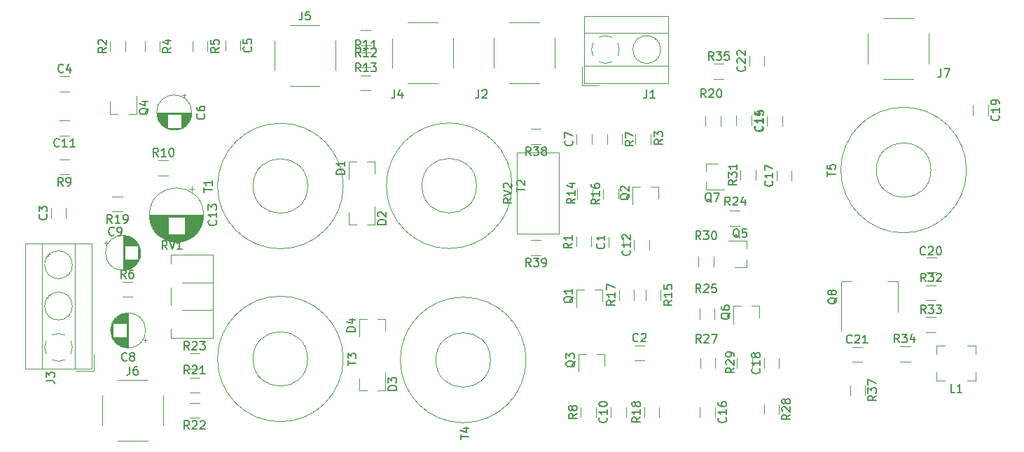
<source format=gbr>
G04 #@! TF.GenerationSoftware,KiCad,Pcbnew,(5.1.5)-3*
G04 #@! TF.CreationDate,2020-10-28T17:30:45+01:00*
G04 #@! TF.ProjectId,exciter,65786369-7465-4722-9e6b-696361645f70,rev?*
G04 #@! TF.SameCoordinates,Original*
G04 #@! TF.FileFunction,Legend,Top*
G04 #@! TF.FilePolarity,Positive*
%FSLAX46Y46*%
G04 Gerber Fmt 4.6, Leading zero omitted, Abs format (unit mm)*
G04 Created by KiCad (PCBNEW (5.1.5)-3) date 2020-10-28 17:30:45*
%MOMM*%
%LPD*%
G04 APERTURE LIST*
%ADD10C,0.120000*%
%ADD11C,0.150000*%
G04 APERTURE END LIST*
D10*
X142346000Y-86011936D02*
X142346000Y-87216064D01*
X144166000Y-86011936D02*
X144166000Y-87216064D01*
X125889936Y-48916000D02*
X127094064Y-48916000D01*
X125889936Y-47096000D02*
X127094064Y-47096000D01*
X152809000Y-85422000D02*
X153834000Y-85422000D01*
X157579000Y-85422000D02*
X156554000Y-85422000D01*
X152809000Y-85422000D02*
X152809000Y-84397000D01*
X157579000Y-85422000D02*
X157579000Y-84397000D01*
X157579000Y-81202000D02*
X157579000Y-82227000D01*
X157579000Y-81202000D02*
X156554000Y-81202000D01*
X152809000Y-81202000D02*
X153834000Y-81202000D01*
X152809000Y-81202000D02*
X152809000Y-82227000D01*
X131974000Y-47338064D02*
X131974000Y-46133936D01*
X130154000Y-47338064D02*
X130154000Y-46133936D01*
X102118000Y-57853000D02*
X107188000Y-57853000D01*
X102118000Y-67623000D02*
X107188000Y-67623000D01*
X107188000Y-67623000D02*
X107188000Y-57853000D01*
X102118000Y-67623000D02*
X102118000Y-57853000D01*
X97200000Y-61848000D02*
G75*
G03X97200000Y-61848000I-3300000J0D01*
G01*
X101500000Y-61848000D02*
G75*
G03X101500000Y-61848000I-7600000J0D01*
G01*
X104996064Y-68432000D02*
X103791936Y-68432000D01*
X104996064Y-70252000D02*
X103791936Y-70252000D01*
X104996064Y-54970000D02*
X103791936Y-54970000D01*
X104996064Y-56790000D02*
X103791936Y-56790000D01*
X131932000Y-88297936D02*
X131932000Y-89502064D01*
X133752000Y-88297936D02*
X133752000Y-89502064D01*
X133752000Y-83914064D02*
X133752000Y-82709936D01*
X131932000Y-83914064D02*
X131932000Y-82709936D01*
X62516936Y-83968000D02*
X63721064Y-83968000D01*
X62516936Y-82148000D02*
X63721064Y-82148000D01*
X62516936Y-86889000D02*
X63721064Y-86889000D01*
X62516936Y-85069000D02*
X63721064Y-85069000D01*
X63721064Y-88117000D02*
X62516936Y-88117000D01*
X63721064Y-89937000D02*
X62516936Y-89937000D01*
X83217936Y-50313000D02*
X84422064Y-50313000D01*
X83217936Y-48493000D02*
X84422064Y-48493000D01*
X83217936Y-47519000D02*
X84422064Y-47519000D01*
X83217936Y-45699000D02*
X84422064Y-45699000D01*
X84422064Y-43032000D02*
X83217936Y-43032000D01*
X84422064Y-44852000D02*
X83217936Y-44852000D01*
X47585000Y-65752064D02*
X47585000Y-64547936D01*
X45765000Y-65752064D02*
X45765000Y-64547936D01*
X50964880Y-84207000D02*
X50964880Y-82207000D01*
X48724880Y-84207000D02*
X50964880Y-84207000D01*
X47640880Y-72587000D02*
X47733880Y-72681000D01*
X45389880Y-70337000D02*
X45448880Y-70396000D01*
X47880880Y-72417000D02*
X47938880Y-72476000D01*
X45595880Y-70132000D02*
X45688880Y-70226000D01*
X47640880Y-77587000D02*
X47733880Y-77681000D01*
X45389880Y-75337000D02*
X45448880Y-75396000D01*
X47880880Y-77417000D02*
X47938880Y-77476000D01*
X45595880Y-75132000D02*
X45688880Y-75226000D01*
X42604880Y-68847000D02*
X50724880Y-68847000D01*
X42604880Y-83967000D02*
X50724880Y-83967000D01*
X50724880Y-83967000D02*
X50724880Y-68847000D01*
X42604880Y-83967000D02*
X42604880Y-68847000D01*
X44664880Y-83967000D02*
X44664880Y-68847000D01*
X48664880Y-83967000D02*
X48664880Y-68847000D01*
X48344880Y-71407000D02*
G75*
G03X48344880Y-71407000I-1680000J0D01*
G01*
X48344880Y-76407000D02*
G75*
G03X48344880Y-76407000I-1680000J0D01*
G01*
X48345330Y-81377617D02*
G75*
G02X48148880Y-82196000I-1680450J-29383D01*
G01*
X47453968Y-82890953D02*
G75*
G02X45875880Y-82891000I-789088J1483953D01*
G01*
X45180927Y-82196088D02*
G75*
G02X45180880Y-80618000I1483953J789088D01*
G01*
X45875792Y-79923047D02*
G75*
G02X47453880Y-79923000I789088J-1483953D01*
G01*
X48148232Y-80618288D02*
G75*
G02X48344880Y-81407000I-1483352J-788712D01*
G01*
X157205000Y-52102936D02*
X157205000Y-53307064D01*
X159025000Y-52102936D02*
X159025000Y-53307064D01*
X156430020Y-59950080D02*
G75*
G03X156430020Y-59950080I-7600000J0D01*
G01*
X152130020Y-59950080D02*
G75*
G03X152130020Y-59950080I-3300000J0D01*
G01*
X151526156Y-75715540D02*
X152730284Y-75715540D01*
X151526156Y-73895540D02*
X152730284Y-73895540D01*
X149628944Y-81297100D02*
X148424816Y-81297100D01*
X149628944Y-83117100D02*
X148424816Y-83117100D01*
X151526156Y-79578880D02*
X152730284Y-79578880D01*
X151526156Y-77758880D02*
X152730284Y-77758880D01*
X141316660Y-79395760D02*
X141316660Y-73385760D01*
X148136660Y-77145760D02*
X148136660Y-73385760D01*
X141316660Y-73385760D02*
X142576660Y-73385760D01*
X148136660Y-73385760D02*
X146876660Y-73385760D01*
X146365820Y-41592960D02*
X149965820Y-41592960D01*
X146365820Y-48952960D02*
X149965820Y-48952960D01*
X151845820Y-43472960D02*
X151845820Y-47072960D01*
X144485820Y-43472960D02*
X144485820Y-47072960D01*
X152783624Y-70522420D02*
X151579496Y-70522420D01*
X152783624Y-72342420D02*
X151579496Y-72342420D01*
X142600596Y-83170440D02*
X143804724Y-83170440D01*
X142600596Y-81350440D02*
X143804724Y-81350440D01*
X116293816Y-82997720D02*
X117497944Y-82997720D01*
X116293816Y-81177720D02*
X117497944Y-81177720D01*
X116392280Y-56832584D02*
X116392280Y-55628456D01*
X118212280Y-56832584D02*
X118212280Y-55628456D01*
X114336240Y-63441664D02*
X114336240Y-62237536D01*
X112516240Y-63441664D02*
X112516240Y-62237536D01*
X111074880Y-68003336D02*
X111074880Y-69207464D01*
X109254880Y-68003336D02*
X109254880Y-69207464D01*
X81083480Y-82808080D02*
G75*
G03X81083480Y-82808080I-7600000J0D01*
G01*
X76783480Y-82808080D02*
G75*
G03X76783480Y-82808080I-3300000J0D01*
G01*
X111615900Y-89857664D02*
X111615900Y-88653536D01*
X109795900Y-89857664D02*
X109795900Y-88653536D01*
X98884000Y-82932000D02*
G75*
G03X98884000Y-82932000I-3300000J0D01*
G01*
X103184000Y-82932000D02*
G75*
G03X103184000Y-82932000I-7600000J0D01*
G01*
X81091080Y-61880480D02*
G75*
G03X81091080Y-61880480I-7600000J0D01*
G01*
X76791080Y-61880480D02*
G75*
G03X76791080Y-61880480I-3300000J0D01*
G01*
X54372936Y-73490000D02*
X55577064Y-73490000D01*
X54372936Y-75310000D02*
X55577064Y-75310000D01*
X47997524Y-53969240D02*
X46793396Y-53969240D01*
X47997524Y-55789240D02*
X46793396Y-55789240D01*
X46809576Y-48604760D02*
X48013704Y-48604760D01*
X46809576Y-50424760D02*
X48013704Y-50424760D01*
X111130760Y-56807184D02*
X111130760Y-55603056D01*
X109310760Y-56807184D02*
X109310760Y-55603056D01*
X113156320Y-69273504D02*
X113156320Y-68069376D01*
X114976320Y-69273504D02*
X114976320Y-68069376D01*
X116239880Y-69618944D02*
X116239880Y-68414816D01*
X118059880Y-69618944D02*
X118059880Y-68414816D01*
X115276040Y-89842424D02*
X115276040Y-88638296D01*
X113456040Y-89842424D02*
X113456040Y-88638296D01*
X74638760Y-42390520D02*
X78238760Y-42390520D01*
X74638760Y-49750520D02*
X78238760Y-49750520D01*
X80118760Y-44270520D02*
X80118760Y-47870520D01*
X72758760Y-44270520D02*
X72758760Y-47870520D01*
X51946000Y-87227000D02*
X51946000Y-90827000D01*
X59306000Y-87227000D02*
X59306000Y-90827000D01*
X53826000Y-92707000D02*
X57426000Y-92707000D01*
X53826000Y-85347000D02*
X57426000Y-85347000D01*
X86998000Y-43991120D02*
X86998000Y-47591120D01*
X94358000Y-43991120D02*
X94358000Y-47591120D01*
X88878000Y-49471120D02*
X92478000Y-49471120D01*
X88878000Y-42111120D02*
X92478000Y-42111120D01*
X101161440Y-42065400D02*
X104761440Y-42065400D01*
X101161440Y-49425400D02*
X104761440Y-49425400D01*
X106641440Y-43945400D02*
X106641440Y-47545400D01*
X99281440Y-43945400D02*
X99281440Y-47545400D01*
X54737680Y-45549904D02*
X54737680Y-44345776D01*
X52917680Y-45549904D02*
X52917680Y-44345776D01*
X57083280Y-44345776D02*
X57083280Y-45549904D01*
X58903280Y-44345776D02*
X58903280Y-45549904D01*
X47978144Y-60498400D02*
X46774016Y-60498400D01*
X47978144Y-58678400D02*
X46774016Y-58678400D01*
X64694480Y-44345776D02*
X64694480Y-45549904D01*
X62874480Y-44345776D02*
X62874480Y-45549904D01*
X58742496Y-60589840D02*
X59946624Y-60589840D01*
X58742496Y-58769840D02*
X59946624Y-58769840D01*
X54389104Y-63164040D02*
X53184976Y-63164040D01*
X54389104Y-64984040D02*
X53184976Y-64984040D01*
X111201880Y-62196896D02*
X111201880Y-63401024D01*
X109381880Y-62196896D02*
X109381880Y-63401024D01*
X119461960Y-74465096D02*
X119461960Y-75669224D01*
X117641960Y-74465096D02*
X117641960Y-75669224D01*
X112988680Y-55603056D02*
X112988680Y-56807184D01*
X114808680Y-55603056D02*
X114808680Y-56807184D01*
X114400920Y-75669224D02*
X114400920Y-74465096D01*
X116220920Y-75669224D02*
X116220920Y-74465096D01*
X117474320Y-88653536D02*
X117474320Y-89857664D01*
X119294320Y-88653536D02*
X119294320Y-89857664D01*
X60259880Y-70214440D02*
X65300880Y-70214440D01*
X60259880Y-80255440D02*
X65300880Y-80255440D01*
X65300880Y-70214440D02*
X65300880Y-80255440D01*
X60259880Y-79160440D02*
X60259880Y-80255440D01*
X60259880Y-70214440D02*
X60259880Y-71309440D01*
X60259880Y-74161440D02*
X60259880Y-76310440D01*
X61617880Y-73615440D02*
X65300880Y-73615440D01*
X61617880Y-76855440D02*
X65300880Y-76855440D01*
X60259880Y-74161440D02*
X60259880Y-76310440D01*
X65300880Y-73615440D02*
X65300880Y-76855440D01*
X57195000Y-79350000D02*
G75*
G03X57195000Y-79350000I-2120000J0D01*
G01*
X55075000Y-81430000D02*
X55075000Y-77270000D01*
X55035000Y-81430000D02*
X55035000Y-77270000D01*
X54995000Y-81429000D02*
X54995000Y-77271000D01*
X54955000Y-81427000D02*
X54955000Y-77273000D01*
X54915000Y-81424000D02*
X54915000Y-77276000D01*
X54875000Y-81421000D02*
X54875000Y-80190000D01*
X54875000Y-78510000D02*
X54875000Y-77279000D01*
X54835000Y-81417000D02*
X54835000Y-80190000D01*
X54835000Y-78510000D02*
X54835000Y-77283000D01*
X54795000Y-81412000D02*
X54795000Y-80190000D01*
X54795000Y-78510000D02*
X54795000Y-77288000D01*
X54755000Y-81406000D02*
X54755000Y-80190000D01*
X54755000Y-78510000D02*
X54755000Y-77294000D01*
X54715000Y-81400000D02*
X54715000Y-80190000D01*
X54715000Y-78510000D02*
X54715000Y-77300000D01*
X54675000Y-81392000D02*
X54675000Y-80190000D01*
X54675000Y-78510000D02*
X54675000Y-77308000D01*
X54635000Y-81384000D02*
X54635000Y-80190000D01*
X54635000Y-78510000D02*
X54635000Y-77316000D01*
X54595000Y-81375000D02*
X54595000Y-80190000D01*
X54595000Y-78510000D02*
X54595000Y-77325000D01*
X54555000Y-81366000D02*
X54555000Y-80190000D01*
X54555000Y-78510000D02*
X54555000Y-77334000D01*
X54515000Y-81355000D02*
X54515000Y-80190000D01*
X54515000Y-78510000D02*
X54515000Y-77345000D01*
X54475000Y-81344000D02*
X54475000Y-80190000D01*
X54475000Y-78510000D02*
X54475000Y-77356000D01*
X54435000Y-81332000D02*
X54435000Y-80190000D01*
X54435000Y-78510000D02*
X54435000Y-77368000D01*
X54395000Y-81318000D02*
X54395000Y-80190000D01*
X54395000Y-78510000D02*
X54395000Y-77382000D01*
X54354000Y-81304000D02*
X54354000Y-80190000D01*
X54354000Y-78510000D02*
X54354000Y-77396000D01*
X54314000Y-81290000D02*
X54314000Y-80190000D01*
X54314000Y-78510000D02*
X54314000Y-77410000D01*
X54274000Y-81274000D02*
X54274000Y-80190000D01*
X54274000Y-78510000D02*
X54274000Y-77426000D01*
X54234000Y-81257000D02*
X54234000Y-80190000D01*
X54234000Y-78510000D02*
X54234000Y-77443000D01*
X54194000Y-81239000D02*
X54194000Y-80190000D01*
X54194000Y-78510000D02*
X54194000Y-77461000D01*
X54154000Y-81220000D02*
X54154000Y-80190000D01*
X54154000Y-78510000D02*
X54154000Y-77480000D01*
X54114000Y-81201000D02*
X54114000Y-80190000D01*
X54114000Y-78510000D02*
X54114000Y-77499000D01*
X54074000Y-81180000D02*
X54074000Y-80190000D01*
X54074000Y-78510000D02*
X54074000Y-77520000D01*
X54034000Y-81158000D02*
X54034000Y-80190000D01*
X54034000Y-78510000D02*
X54034000Y-77542000D01*
X53994000Y-81135000D02*
X53994000Y-80190000D01*
X53994000Y-78510000D02*
X53994000Y-77565000D01*
X53954000Y-81110000D02*
X53954000Y-80190000D01*
X53954000Y-78510000D02*
X53954000Y-77590000D01*
X53914000Y-81085000D02*
X53914000Y-80190000D01*
X53914000Y-78510000D02*
X53914000Y-77615000D01*
X53874000Y-81058000D02*
X53874000Y-80190000D01*
X53874000Y-78510000D02*
X53874000Y-77642000D01*
X53834000Y-81030000D02*
X53834000Y-80190000D01*
X53834000Y-78510000D02*
X53834000Y-77670000D01*
X53794000Y-81000000D02*
X53794000Y-80190000D01*
X53794000Y-78510000D02*
X53794000Y-77700000D01*
X53754000Y-80969000D02*
X53754000Y-80190000D01*
X53754000Y-78510000D02*
X53754000Y-77731000D01*
X53714000Y-80937000D02*
X53714000Y-80190000D01*
X53714000Y-78510000D02*
X53714000Y-77763000D01*
X53674000Y-80902000D02*
X53674000Y-80190000D01*
X53674000Y-78510000D02*
X53674000Y-77798000D01*
X53634000Y-80866000D02*
X53634000Y-80190000D01*
X53634000Y-78510000D02*
X53634000Y-77834000D01*
X53594000Y-80828000D02*
X53594000Y-80190000D01*
X53594000Y-78510000D02*
X53594000Y-77872000D01*
X53554000Y-80788000D02*
X53554000Y-80190000D01*
X53554000Y-78510000D02*
X53554000Y-77912000D01*
X53514000Y-80746000D02*
X53514000Y-80190000D01*
X53514000Y-78510000D02*
X53514000Y-77954000D01*
X53474000Y-80701000D02*
X53474000Y-80190000D01*
X53474000Y-78510000D02*
X53474000Y-77999000D01*
X53434000Y-80654000D02*
X53434000Y-80190000D01*
X53434000Y-78510000D02*
X53434000Y-78046000D01*
X53394000Y-80604000D02*
X53394000Y-80190000D01*
X53394000Y-78510000D02*
X53394000Y-78096000D01*
X53354000Y-80550000D02*
X53354000Y-80190000D01*
X53354000Y-78510000D02*
X53354000Y-78150000D01*
X53314000Y-80492000D02*
X53314000Y-80190000D01*
X53314000Y-78510000D02*
X53314000Y-78208000D01*
X53274000Y-80430000D02*
X53274000Y-80190000D01*
X53274000Y-78510000D02*
X53274000Y-78270000D01*
X53234000Y-80363000D02*
X53234000Y-78337000D01*
X53194000Y-80290000D02*
X53194000Y-78410000D01*
X53154000Y-80209000D02*
X53154000Y-78491000D01*
X53114000Y-80118000D02*
X53114000Y-78582000D01*
X53074000Y-80014000D02*
X53074000Y-78686000D01*
X53034000Y-79887000D02*
X53034000Y-78813000D01*
X52994000Y-79720000D02*
X52994000Y-78980000D01*
X57344801Y-80545000D02*
X56944801Y-80545000D01*
X57144801Y-80745000D02*
X57144801Y-80345000D01*
X62050200Y-50918919D02*
X61650200Y-50918919D01*
X61850200Y-50718919D02*
X61850200Y-51118919D01*
X61025200Y-55069720D02*
X60285200Y-55069720D01*
X61192200Y-55029720D02*
X60118200Y-55029720D01*
X61319200Y-54989720D02*
X59991200Y-54989720D01*
X61423200Y-54949720D02*
X59887200Y-54949720D01*
X61514200Y-54909720D02*
X59796200Y-54909720D01*
X61595200Y-54869720D02*
X59715200Y-54869720D01*
X61668200Y-54829720D02*
X59642200Y-54829720D01*
X59815200Y-54789720D02*
X59575200Y-54789720D01*
X61735200Y-54789720D02*
X61495200Y-54789720D01*
X59815200Y-54749720D02*
X59513200Y-54749720D01*
X61797200Y-54749720D02*
X61495200Y-54749720D01*
X59815200Y-54709720D02*
X59455200Y-54709720D01*
X61855200Y-54709720D02*
X61495200Y-54709720D01*
X59815200Y-54669720D02*
X59401200Y-54669720D01*
X61909200Y-54669720D02*
X61495200Y-54669720D01*
X59815200Y-54629720D02*
X59351200Y-54629720D01*
X61959200Y-54629720D02*
X61495200Y-54629720D01*
X59815200Y-54589720D02*
X59304200Y-54589720D01*
X62006200Y-54589720D02*
X61495200Y-54589720D01*
X59815200Y-54549720D02*
X59259200Y-54549720D01*
X62051200Y-54549720D02*
X61495200Y-54549720D01*
X59815200Y-54509720D02*
X59217200Y-54509720D01*
X62093200Y-54509720D02*
X61495200Y-54509720D01*
X59815200Y-54469720D02*
X59177200Y-54469720D01*
X62133200Y-54469720D02*
X61495200Y-54469720D01*
X59815200Y-54429720D02*
X59139200Y-54429720D01*
X62171200Y-54429720D02*
X61495200Y-54429720D01*
X59815200Y-54389720D02*
X59103200Y-54389720D01*
X62207200Y-54389720D02*
X61495200Y-54389720D01*
X59815200Y-54349720D02*
X59068200Y-54349720D01*
X62242200Y-54349720D02*
X61495200Y-54349720D01*
X59815200Y-54309720D02*
X59036200Y-54309720D01*
X62274200Y-54309720D02*
X61495200Y-54309720D01*
X59815200Y-54269720D02*
X59005200Y-54269720D01*
X62305200Y-54269720D02*
X61495200Y-54269720D01*
X59815200Y-54229720D02*
X58975200Y-54229720D01*
X62335200Y-54229720D02*
X61495200Y-54229720D01*
X59815200Y-54189720D02*
X58947200Y-54189720D01*
X62363200Y-54189720D02*
X61495200Y-54189720D01*
X59815200Y-54149720D02*
X58920200Y-54149720D01*
X62390200Y-54149720D02*
X61495200Y-54149720D01*
X59815200Y-54109720D02*
X58895200Y-54109720D01*
X62415200Y-54109720D02*
X61495200Y-54109720D01*
X59815200Y-54069720D02*
X58870200Y-54069720D01*
X62440200Y-54069720D02*
X61495200Y-54069720D01*
X59815200Y-54029720D02*
X58847200Y-54029720D01*
X62463200Y-54029720D02*
X61495200Y-54029720D01*
X59815200Y-53989720D02*
X58825200Y-53989720D01*
X62485200Y-53989720D02*
X61495200Y-53989720D01*
X59815200Y-53949720D02*
X58804200Y-53949720D01*
X62506200Y-53949720D02*
X61495200Y-53949720D01*
X59815200Y-53909720D02*
X58785200Y-53909720D01*
X62525200Y-53909720D02*
X61495200Y-53909720D01*
X59815200Y-53869720D02*
X58766200Y-53869720D01*
X62544200Y-53869720D02*
X61495200Y-53869720D01*
X59815200Y-53829720D02*
X58748200Y-53829720D01*
X62562200Y-53829720D02*
X61495200Y-53829720D01*
X59815200Y-53789720D02*
X58731200Y-53789720D01*
X62579200Y-53789720D02*
X61495200Y-53789720D01*
X59815200Y-53749720D02*
X58715200Y-53749720D01*
X62595200Y-53749720D02*
X61495200Y-53749720D01*
X59815200Y-53709720D02*
X58701200Y-53709720D01*
X62609200Y-53709720D02*
X61495200Y-53709720D01*
X59815200Y-53668720D02*
X58687200Y-53668720D01*
X62623200Y-53668720D02*
X61495200Y-53668720D01*
X59815200Y-53628720D02*
X58673200Y-53628720D01*
X62637200Y-53628720D02*
X61495200Y-53628720D01*
X59815200Y-53588720D02*
X58661200Y-53588720D01*
X62649200Y-53588720D02*
X61495200Y-53588720D01*
X59815200Y-53548720D02*
X58650200Y-53548720D01*
X62660200Y-53548720D02*
X61495200Y-53548720D01*
X59815200Y-53508720D02*
X58639200Y-53508720D01*
X62671200Y-53508720D02*
X61495200Y-53508720D01*
X59815200Y-53468720D02*
X58630200Y-53468720D01*
X62680200Y-53468720D02*
X61495200Y-53468720D01*
X59815200Y-53428720D02*
X58621200Y-53428720D01*
X62689200Y-53428720D02*
X61495200Y-53428720D01*
X59815200Y-53388720D02*
X58613200Y-53388720D01*
X62697200Y-53388720D02*
X61495200Y-53388720D01*
X59815200Y-53348720D02*
X58605200Y-53348720D01*
X62705200Y-53348720D02*
X61495200Y-53348720D01*
X59815200Y-53308720D02*
X58599200Y-53308720D01*
X62711200Y-53308720D02*
X61495200Y-53308720D01*
X59815200Y-53268720D02*
X58593200Y-53268720D01*
X62717200Y-53268720D02*
X61495200Y-53268720D01*
X59815200Y-53228720D02*
X58588200Y-53228720D01*
X62722200Y-53228720D02*
X61495200Y-53228720D01*
X59815200Y-53188720D02*
X58584200Y-53188720D01*
X62726200Y-53188720D02*
X61495200Y-53188720D01*
X62729200Y-53148720D02*
X58581200Y-53148720D01*
X62732200Y-53108720D02*
X58578200Y-53108720D01*
X62734200Y-53068720D02*
X58576200Y-53068720D01*
X62735200Y-53028720D02*
X58575200Y-53028720D01*
X62735200Y-52988720D02*
X58575200Y-52988720D01*
X62775200Y-52988720D02*
G75*
G03X62775200Y-52988720I-2120000J0D01*
G01*
X64199520Y-65390080D02*
G75*
G03X64199520Y-65390080I-3270000J0D01*
G01*
X64159520Y-65390080D02*
X57699520Y-65390080D01*
X64159520Y-65430080D02*
X57699520Y-65430080D01*
X64159520Y-65470080D02*
X57699520Y-65470080D01*
X64157520Y-65510080D02*
X57701520Y-65510080D01*
X64156520Y-65550080D02*
X57702520Y-65550080D01*
X64153520Y-65590080D02*
X57705520Y-65590080D01*
X64151520Y-65630080D02*
X61969520Y-65630080D01*
X59889520Y-65630080D02*
X57707520Y-65630080D01*
X64147520Y-65670080D02*
X61969520Y-65670080D01*
X59889520Y-65670080D02*
X57711520Y-65670080D01*
X64144520Y-65710080D02*
X61969520Y-65710080D01*
X59889520Y-65710080D02*
X57714520Y-65710080D01*
X64140520Y-65750080D02*
X61969520Y-65750080D01*
X59889520Y-65750080D02*
X57718520Y-65750080D01*
X64135520Y-65790080D02*
X61969520Y-65790080D01*
X59889520Y-65790080D02*
X57723520Y-65790080D01*
X64130520Y-65830080D02*
X61969520Y-65830080D01*
X59889520Y-65830080D02*
X57728520Y-65830080D01*
X64124520Y-65870080D02*
X61969520Y-65870080D01*
X59889520Y-65870080D02*
X57734520Y-65870080D01*
X64118520Y-65910080D02*
X61969520Y-65910080D01*
X59889520Y-65910080D02*
X57740520Y-65910080D01*
X64111520Y-65950080D02*
X61969520Y-65950080D01*
X59889520Y-65950080D02*
X57747520Y-65950080D01*
X64104520Y-65990080D02*
X61969520Y-65990080D01*
X59889520Y-65990080D02*
X57754520Y-65990080D01*
X64096520Y-66030080D02*
X61969520Y-66030080D01*
X59889520Y-66030080D02*
X57762520Y-66030080D01*
X64088520Y-66070080D02*
X61969520Y-66070080D01*
X59889520Y-66070080D02*
X57770520Y-66070080D01*
X64079520Y-66111080D02*
X61969520Y-66111080D01*
X59889520Y-66111080D02*
X57779520Y-66111080D01*
X64070520Y-66151080D02*
X61969520Y-66151080D01*
X59889520Y-66151080D02*
X57788520Y-66151080D01*
X64060520Y-66191080D02*
X61969520Y-66191080D01*
X59889520Y-66191080D02*
X57798520Y-66191080D01*
X64050520Y-66231080D02*
X61969520Y-66231080D01*
X59889520Y-66231080D02*
X57808520Y-66231080D01*
X64039520Y-66271080D02*
X61969520Y-66271080D01*
X59889520Y-66271080D02*
X57819520Y-66271080D01*
X64027520Y-66311080D02*
X61969520Y-66311080D01*
X59889520Y-66311080D02*
X57831520Y-66311080D01*
X64015520Y-66351080D02*
X61969520Y-66351080D01*
X59889520Y-66351080D02*
X57843520Y-66351080D01*
X64003520Y-66391080D02*
X61969520Y-66391080D01*
X59889520Y-66391080D02*
X57855520Y-66391080D01*
X63990520Y-66431080D02*
X61969520Y-66431080D01*
X59889520Y-66431080D02*
X57868520Y-66431080D01*
X63976520Y-66471080D02*
X61969520Y-66471080D01*
X59889520Y-66471080D02*
X57882520Y-66471080D01*
X63962520Y-66511080D02*
X61969520Y-66511080D01*
X59889520Y-66511080D02*
X57896520Y-66511080D01*
X63947520Y-66551080D02*
X61969520Y-66551080D01*
X59889520Y-66551080D02*
X57911520Y-66551080D01*
X63931520Y-66591080D02*
X61969520Y-66591080D01*
X59889520Y-66591080D02*
X57927520Y-66591080D01*
X63915520Y-66631080D02*
X61969520Y-66631080D01*
X59889520Y-66631080D02*
X57943520Y-66631080D01*
X63899520Y-66671080D02*
X61969520Y-66671080D01*
X59889520Y-66671080D02*
X57959520Y-66671080D01*
X63881520Y-66711080D02*
X61969520Y-66711080D01*
X59889520Y-66711080D02*
X57977520Y-66711080D01*
X63863520Y-66751080D02*
X61969520Y-66751080D01*
X59889520Y-66751080D02*
X57995520Y-66751080D01*
X63845520Y-66791080D02*
X61969520Y-66791080D01*
X59889520Y-66791080D02*
X58013520Y-66791080D01*
X63825520Y-66831080D02*
X61969520Y-66831080D01*
X59889520Y-66831080D02*
X58033520Y-66831080D01*
X63805520Y-66871080D02*
X61969520Y-66871080D01*
X59889520Y-66871080D02*
X58053520Y-66871080D01*
X63785520Y-66911080D02*
X61969520Y-66911080D01*
X59889520Y-66911080D02*
X58073520Y-66911080D01*
X63763520Y-66951080D02*
X61969520Y-66951080D01*
X59889520Y-66951080D02*
X58095520Y-66951080D01*
X63741520Y-66991080D02*
X61969520Y-66991080D01*
X59889520Y-66991080D02*
X58117520Y-66991080D01*
X63719520Y-67031080D02*
X61969520Y-67031080D01*
X59889520Y-67031080D02*
X58139520Y-67031080D01*
X63695520Y-67071080D02*
X61969520Y-67071080D01*
X59889520Y-67071080D02*
X58163520Y-67071080D01*
X63671520Y-67111080D02*
X61969520Y-67111080D01*
X59889520Y-67111080D02*
X58187520Y-67111080D01*
X63645520Y-67151080D02*
X61969520Y-67151080D01*
X59889520Y-67151080D02*
X58213520Y-67151080D01*
X63619520Y-67191080D02*
X61969520Y-67191080D01*
X59889520Y-67191080D02*
X58239520Y-67191080D01*
X63593520Y-67231080D02*
X61969520Y-67231080D01*
X59889520Y-67231080D02*
X58265520Y-67231080D01*
X63565520Y-67271080D02*
X61969520Y-67271080D01*
X59889520Y-67271080D02*
X58293520Y-67271080D01*
X63536520Y-67311080D02*
X61969520Y-67311080D01*
X59889520Y-67311080D02*
X58322520Y-67311080D01*
X63507520Y-67351080D02*
X61969520Y-67351080D01*
X59889520Y-67351080D02*
X58351520Y-67351080D01*
X63477520Y-67391080D02*
X61969520Y-67391080D01*
X59889520Y-67391080D02*
X58381520Y-67391080D01*
X63445520Y-67431080D02*
X61969520Y-67431080D01*
X59889520Y-67431080D02*
X58413520Y-67431080D01*
X63413520Y-67471080D02*
X61969520Y-67471080D01*
X59889520Y-67471080D02*
X58445520Y-67471080D01*
X63379520Y-67511080D02*
X61969520Y-67511080D01*
X59889520Y-67511080D02*
X58479520Y-67511080D01*
X63345520Y-67551080D02*
X61969520Y-67551080D01*
X59889520Y-67551080D02*
X58513520Y-67551080D01*
X63309520Y-67591080D02*
X61969520Y-67591080D01*
X59889520Y-67591080D02*
X58549520Y-67591080D01*
X63272520Y-67631080D02*
X61969520Y-67631080D01*
X59889520Y-67631080D02*
X58586520Y-67631080D01*
X63234520Y-67671080D02*
X61969520Y-67671080D01*
X59889520Y-67671080D02*
X58624520Y-67671080D01*
X63194520Y-67711080D02*
X58664520Y-67711080D01*
X63153520Y-67751080D02*
X58705520Y-67751080D01*
X63111520Y-67791080D02*
X58747520Y-67791080D01*
X63066520Y-67831080D02*
X58792520Y-67831080D01*
X63021520Y-67871080D02*
X58837520Y-67871080D01*
X62973520Y-67911080D02*
X58885520Y-67911080D01*
X62924520Y-67951080D02*
X58934520Y-67951080D01*
X62873520Y-67991080D02*
X58985520Y-67991080D01*
X62819520Y-68031080D02*
X59039520Y-68031080D01*
X62763520Y-68071080D02*
X59095520Y-68071080D01*
X62705520Y-68111080D02*
X59153520Y-68111080D01*
X62643520Y-68151080D02*
X59215520Y-68151080D01*
X62579520Y-68191080D02*
X59279520Y-68191080D01*
X62510520Y-68231080D02*
X59348520Y-68231080D01*
X62438520Y-68271080D02*
X59420520Y-68271080D01*
X62361520Y-68311080D02*
X59497520Y-68311080D01*
X62279520Y-68351080D02*
X59579520Y-68351080D01*
X62191520Y-68391080D02*
X59667520Y-68391080D01*
X62094520Y-68431080D02*
X59764520Y-68431080D01*
X61988520Y-68471080D02*
X59870520Y-68471080D01*
X61869520Y-68511080D02*
X59989520Y-68511080D01*
X61731520Y-68551080D02*
X60127520Y-68551080D01*
X61562520Y-68591080D02*
X60296520Y-68591080D01*
X61331520Y-68631080D02*
X60527520Y-68631080D01*
X62768520Y-61889839D02*
X62768520Y-62519839D01*
X63083520Y-62204839D02*
X62453520Y-62204839D01*
X56587000Y-69966840D02*
G75*
G03X56587000Y-69966840I-2120000J0D01*
G01*
X54467000Y-67886840D02*
X54467000Y-72046840D01*
X54507000Y-67886840D02*
X54507000Y-72046840D01*
X54547000Y-67887840D02*
X54547000Y-72045840D01*
X54587000Y-67889840D02*
X54587000Y-72043840D01*
X54627000Y-67892840D02*
X54627000Y-72040840D01*
X54667000Y-67895840D02*
X54667000Y-69126840D01*
X54667000Y-70806840D02*
X54667000Y-72037840D01*
X54707000Y-67899840D02*
X54707000Y-69126840D01*
X54707000Y-70806840D02*
X54707000Y-72033840D01*
X54747000Y-67904840D02*
X54747000Y-69126840D01*
X54747000Y-70806840D02*
X54747000Y-72028840D01*
X54787000Y-67910840D02*
X54787000Y-69126840D01*
X54787000Y-70806840D02*
X54787000Y-72022840D01*
X54827000Y-67916840D02*
X54827000Y-69126840D01*
X54827000Y-70806840D02*
X54827000Y-72016840D01*
X54867000Y-67924840D02*
X54867000Y-69126840D01*
X54867000Y-70806840D02*
X54867000Y-72008840D01*
X54907000Y-67932840D02*
X54907000Y-69126840D01*
X54907000Y-70806840D02*
X54907000Y-72000840D01*
X54947000Y-67941840D02*
X54947000Y-69126840D01*
X54947000Y-70806840D02*
X54947000Y-71991840D01*
X54987000Y-67950840D02*
X54987000Y-69126840D01*
X54987000Y-70806840D02*
X54987000Y-71982840D01*
X55027000Y-67961840D02*
X55027000Y-69126840D01*
X55027000Y-70806840D02*
X55027000Y-71971840D01*
X55067000Y-67972840D02*
X55067000Y-69126840D01*
X55067000Y-70806840D02*
X55067000Y-71960840D01*
X55107000Y-67984840D02*
X55107000Y-69126840D01*
X55107000Y-70806840D02*
X55107000Y-71948840D01*
X55147000Y-67998840D02*
X55147000Y-69126840D01*
X55147000Y-70806840D02*
X55147000Y-71934840D01*
X55188000Y-68012840D02*
X55188000Y-69126840D01*
X55188000Y-70806840D02*
X55188000Y-71920840D01*
X55228000Y-68026840D02*
X55228000Y-69126840D01*
X55228000Y-70806840D02*
X55228000Y-71906840D01*
X55268000Y-68042840D02*
X55268000Y-69126840D01*
X55268000Y-70806840D02*
X55268000Y-71890840D01*
X55308000Y-68059840D02*
X55308000Y-69126840D01*
X55308000Y-70806840D02*
X55308000Y-71873840D01*
X55348000Y-68077840D02*
X55348000Y-69126840D01*
X55348000Y-70806840D02*
X55348000Y-71855840D01*
X55388000Y-68096840D02*
X55388000Y-69126840D01*
X55388000Y-70806840D02*
X55388000Y-71836840D01*
X55428000Y-68115840D02*
X55428000Y-69126840D01*
X55428000Y-70806840D02*
X55428000Y-71817840D01*
X55468000Y-68136840D02*
X55468000Y-69126840D01*
X55468000Y-70806840D02*
X55468000Y-71796840D01*
X55508000Y-68158840D02*
X55508000Y-69126840D01*
X55508000Y-70806840D02*
X55508000Y-71774840D01*
X55548000Y-68181840D02*
X55548000Y-69126840D01*
X55548000Y-70806840D02*
X55548000Y-71751840D01*
X55588000Y-68206840D02*
X55588000Y-69126840D01*
X55588000Y-70806840D02*
X55588000Y-71726840D01*
X55628000Y-68231840D02*
X55628000Y-69126840D01*
X55628000Y-70806840D02*
X55628000Y-71701840D01*
X55668000Y-68258840D02*
X55668000Y-69126840D01*
X55668000Y-70806840D02*
X55668000Y-71674840D01*
X55708000Y-68286840D02*
X55708000Y-69126840D01*
X55708000Y-70806840D02*
X55708000Y-71646840D01*
X55748000Y-68316840D02*
X55748000Y-69126840D01*
X55748000Y-70806840D02*
X55748000Y-71616840D01*
X55788000Y-68347840D02*
X55788000Y-69126840D01*
X55788000Y-70806840D02*
X55788000Y-71585840D01*
X55828000Y-68379840D02*
X55828000Y-69126840D01*
X55828000Y-70806840D02*
X55828000Y-71553840D01*
X55868000Y-68414840D02*
X55868000Y-69126840D01*
X55868000Y-70806840D02*
X55868000Y-71518840D01*
X55908000Y-68450840D02*
X55908000Y-69126840D01*
X55908000Y-70806840D02*
X55908000Y-71482840D01*
X55948000Y-68488840D02*
X55948000Y-69126840D01*
X55948000Y-70806840D02*
X55948000Y-71444840D01*
X55988000Y-68528840D02*
X55988000Y-69126840D01*
X55988000Y-70806840D02*
X55988000Y-71404840D01*
X56028000Y-68570840D02*
X56028000Y-69126840D01*
X56028000Y-70806840D02*
X56028000Y-71362840D01*
X56068000Y-68615840D02*
X56068000Y-69126840D01*
X56068000Y-70806840D02*
X56068000Y-71317840D01*
X56108000Y-68662840D02*
X56108000Y-69126840D01*
X56108000Y-70806840D02*
X56108000Y-71270840D01*
X56148000Y-68712840D02*
X56148000Y-69126840D01*
X56148000Y-70806840D02*
X56148000Y-71220840D01*
X56188000Y-68766840D02*
X56188000Y-69126840D01*
X56188000Y-70806840D02*
X56188000Y-71166840D01*
X56228000Y-68824840D02*
X56228000Y-69126840D01*
X56228000Y-70806840D02*
X56228000Y-71108840D01*
X56268000Y-68886840D02*
X56268000Y-69126840D01*
X56268000Y-70806840D02*
X56268000Y-71046840D01*
X56308000Y-68953840D02*
X56308000Y-70979840D01*
X56348000Y-69026840D02*
X56348000Y-70906840D01*
X56388000Y-69107840D02*
X56388000Y-70825840D01*
X56428000Y-69198840D02*
X56428000Y-70734840D01*
X56468000Y-69302840D02*
X56468000Y-70630840D01*
X56508000Y-69429840D02*
X56508000Y-70503840D01*
X56548000Y-69596840D02*
X56548000Y-70336840D01*
X52197199Y-68771840D02*
X52597199Y-68771840D01*
X52397199Y-68571840D02*
X52397199Y-68971840D01*
X84892000Y-58930000D02*
X84892000Y-60390000D01*
X81732000Y-58930000D02*
X81732000Y-61090000D01*
X81732000Y-58930000D02*
X82662000Y-58930000D01*
X84892000Y-58930000D02*
X83962000Y-58930000D01*
X81732000Y-66546000D02*
X82662000Y-66546000D01*
X84892000Y-66546000D02*
X83962000Y-66546000D01*
X84892000Y-66546000D02*
X84892000Y-64386000D01*
X81732000Y-66546000D02*
X81732000Y-65086000D01*
X83002000Y-86612000D02*
X83002000Y-85152000D01*
X86162000Y-86612000D02*
X86162000Y-84452000D01*
X86162000Y-86612000D02*
X85232000Y-86612000D01*
X83002000Y-86612000D02*
X83932000Y-86612000D01*
X86162000Y-77980000D02*
X85232000Y-77980000D01*
X83002000Y-77980000D02*
X83932000Y-77980000D01*
X83002000Y-77980000D02*
X83002000Y-80140000D01*
X86162000Y-77980000D02*
X86162000Y-79440000D01*
X66831800Y-44264496D02*
X66831800Y-45468624D01*
X68651800Y-44264496D02*
X68651800Y-45468624D01*
X124220560Y-88648456D02*
X124220560Y-89852584D01*
X126040560Y-88648456D02*
X126040560Y-89852584D01*
X130439840Y-53362776D02*
X130439840Y-54566904D01*
X128619840Y-53362776D02*
X128619840Y-54566904D01*
X134163480Y-54622784D02*
X134163480Y-53418656D01*
X132343480Y-54622784D02*
X132343480Y-53418656D01*
X133471240Y-61231864D02*
X133471240Y-60027736D01*
X135291240Y-61231864D02*
X135291240Y-60027736D01*
X124235800Y-83939464D02*
X124235800Y-82735336D01*
X126055800Y-83939464D02*
X126055800Y-82735336D01*
X125974520Y-76746016D02*
X125974520Y-77950144D01*
X124154520Y-76746016D02*
X124154520Y-77950144D01*
X129034624Y-66680760D02*
X127830496Y-66680760D01*
X129034624Y-64860760D02*
X127830496Y-64860760D01*
X130521120Y-82694696D02*
X130521120Y-83898824D01*
X128701120Y-82694696D02*
X128701120Y-83898824D01*
X125852600Y-70456976D02*
X125852600Y-71661104D01*
X124032600Y-70456976D02*
X124032600Y-71661104D01*
X130937680Y-61130264D02*
X130937680Y-59926136D01*
X129117680Y-61130264D02*
X129117680Y-59926136D01*
X124891120Y-53418656D02*
X124891120Y-54622784D01*
X126711120Y-53418656D02*
X126711120Y-54622784D01*
X109976000Y-49669480D02*
X111976000Y-49669480D01*
X109976000Y-47429480D02*
X109976000Y-49669480D01*
X116596000Y-46345480D02*
X116502000Y-46438480D01*
X118846000Y-44094480D02*
X118787000Y-44153480D01*
X116766000Y-46585480D02*
X116707000Y-46643480D01*
X119051000Y-44300480D02*
X118957000Y-44393480D01*
X120336000Y-41309480D02*
X120336000Y-49429480D01*
X110216000Y-41309480D02*
X110216000Y-49429480D01*
X110216000Y-49429480D02*
X120336000Y-49429480D01*
X110216000Y-41309480D02*
X120336000Y-41309480D01*
X110216000Y-43369480D02*
X120336000Y-43369480D01*
X110216000Y-47369480D02*
X120336000Y-47369480D01*
X119456000Y-45369480D02*
G75*
G03X119456000Y-45369480I-1680000J0D01*
G01*
X112805383Y-47049930D02*
G75*
G02X111987000Y-46853480I-29383J1680450D01*
G01*
X111292047Y-46158568D02*
G75*
G02X111292000Y-44580480I1483953J789088D01*
G01*
X111986912Y-43885527D02*
G75*
G02X113565000Y-43885480I789088J-1483953D01*
G01*
X114259953Y-44580392D02*
G75*
G02X114260000Y-46158480I-1483953J-789088D01*
G01*
X113564712Y-46852832D02*
G75*
G02X112776000Y-47049480I-788712J1483352D01*
G01*
X52918240Y-53144960D02*
X53848240Y-53144960D01*
X56078240Y-53144960D02*
X55148240Y-53144960D01*
X56078240Y-53144960D02*
X56078240Y-50984960D01*
X52918240Y-53144960D02*
X52918240Y-51684960D01*
X119212480Y-61947520D02*
X119212480Y-63407520D01*
X116052480Y-61947520D02*
X116052480Y-64107520D01*
X116052480Y-61947520D02*
X116982480Y-61947520D01*
X119212480Y-61947520D02*
X118282480Y-61947520D01*
X112420520Y-74398600D02*
X111490520Y-74398600D01*
X109260520Y-74398600D02*
X110190520Y-74398600D01*
X109260520Y-74398600D02*
X109260520Y-76558600D01*
X112420520Y-74398600D02*
X112420520Y-75858600D01*
X112659280Y-82181160D02*
X112659280Y-83641160D01*
X109499280Y-82181160D02*
X109499280Y-84341160D01*
X109499280Y-82181160D02*
X110429280Y-82181160D01*
X112659280Y-82181160D02*
X111729280Y-82181160D01*
X131399400Y-76379800D02*
X130469400Y-76379800D01*
X128239400Y-76379800D02*
X129169400Y-76379800D01*
X128239400Y-76379800D02*
X128239400Y-78539800D01*
X131399400Y-76379800D02*
X131399400Y-77839800D01*
X129832640Y-71694160D02*
X128372640Y-71694160D01*
X129832640Y-68534160D02*
X127672640Y-68534160D01*
X129832640Y-68534160D02*
X129832640Y-69464160D01*
X129832640Y-71694160D02*
X129832640Y-70764160D01*
X124939520Y-59192040D02*
X126399520Y-59192040D01*
X124939520Y-62352040D02*
X127099520Y-62352040D01*
X124939520Y-62352040D02*
X124939520Y-61422040D01*
X124939520Y-59192040D02*
X124939520Y-60122040D01*
D11*
X145528380Y-87256857D02*
X145052190Y-87590190D01*
X145528380Y-87828285D02*
X144528380Y-87828285D01*
X144528380Y-87447333D01*
X144576000Y-87352095D01*
X144623619Y-87304476D01*
X144718857Y-87256857D01*
X144861714Y-87256857D01*
X144956952Y-87304476D01*
X145004571Y-87352095D01*
X145052190Y-87447333D01*
X145052190Y-87828285D01*
X144528380Y-86923523D02*
X144528380Y-86304476D01*
X144909333Y-86637809D01*
X144909333Y-86494952D01*
X144956952Y-86399714D01*
X145004571Y-86352095D01*
X145099809Y-86304476D01*
X145337904Y-86304476D01*
X145433142Y-86352095D01*
X145480761Y-86399714D01*
X145528380Y-86494952D01*
X145528380Y-86780666D01*
X145480761Y-86875904D01*
X145433142Y-86923523D01*
X144528380Y-85971142D02*
X144528380Y-85304476D01*
X145528380Y-85733047D01*
X125849142Y-46638380D02*
X125515809Y-46162190D01*
X125277714Y-46638380D02*
X125277714Y-45638380D01*
X125658666Y-45638380D01*
X125753904Y-45686000D01*
X125801523Y-45733619D01*
X125849142Y-45828857D01*
X125849142Y-45971714D01*
X125801523Y-46066952D01*
X125753904Y-46114571D01*
X125658666Y-46162190D01*
X125277714Y-46162190D01*
X126182476Y-45638380D02*
X126801523Y-45638380D01*
X126468190Y-46019333D01*
X126611047Y-46019333D01*
X126706285Y-46066952D01*
X126753904Y-46114571D01*
X126801523Y-46209809D01*
X126801523Y-46447904D01*
X126753904Y-46543142D01*
X126706285Y-46590761D01*
X126611047Y-46638380D01*
X126325333Y-46638380D01*
X126230095Y-46590761D01*
X126182476Y-46543142D01*
X127706285Y-45638380D02*
X127230095Y-45638380D01*
X127182476Y-46114571D01*
X127230095Y-46066952D01*
X127325333Y-46019333D01*
X127563428Y-46019333D01*
X127658666Y-46066952D01*
X127706285Y-46114571D01*
X127753904Y-46209809D01*
X127753904Y-46447904D01*
X127706285Y-46543142D01*
X127658666Y-46590761D01*
X127563428Y-46638380D01*
X127325333Y-46638380D01*
X127230095Y-46590761D01*
X127182476Y-46543142D01*
X155027333Y-86864380D02*
X154551142Y-86864380D01*
X154551142Y-85864380D01*
X155884476Y-86864380D02*
X155313047Y-86864380D01*
X155598761Y-86864380D02*
X155598761Y-85864380D01*
X155503523Y-86007238D01*
X155408285Y-86102476D01*
X155313047Y-86150095D01*
X129601142Y-47378857D02*
X129648761Y-47426476D01*
X129696380Y-47569333D01*
X129696380Y-47664571D01*
X129648761Y-47807428D01*
X129553523Y-47902666D01*
X129458285Y-47950285D01*
X129267809Y-47997904D01*
X129124952Y-47997904D01*
X128934476Y-47950285D01*
X128839238Y-47902666D01*
X128744000Y-47807428D01*
X128696380Y-47664571D01*
X128696380Y-47569333D01*
X128744000Y-47426476D01*
X128791619Y-47378857D01*
X128791619Y-46997904D02*
X128744000Y-46950285D01*
X128696380Y-46855047D01*
X128696380Y-46616952D01*
X128744000Y-46521714D01*
X128791619Y-46474095D01*
X128886857Y-46426476D01*
X128982095Y-46426476D01*
X129124952Y-46474095D01*
X129696380Y-47045523D01*
X129696380Y-46426476D01*
X128791619Y-46045523D02*
X128744000Y-45997904D01*
X128696380Y-45902666D01*
X128696380Y-45664571D01*
X128744000Y-45569333D01*
X128791619Y-45521714D01*
X128886857Y-45474095D01*
X128982095Y-45474095D01*
X129124952Y-45521714D01*
X129696380Y-46093142D01*
X129696380Y-45474095D01*
X101440380Y-63333238D02*
X100964190Y-63666571D01*
X101440380Y-63904666D02*
X100440380Y-63904666D01*
X100440380Y-63523714D01*
X100488000Y-63428476D01*
X100535619Y-63380857D01*
X100630857Y-63333238D01*
X100773714Y-63333238D01*
X100868952Y-63380857D01*
X100916571Y-63428476D01*
X100964190Y-63523714D01*
X100964190Y-63904666D01*
X100440380Y-63047523D02*
X101440380Y-62714190D01*
X100440380Y-62380857D01*
X100535619Y-62095142D02*
X100488000Y-62047523D01*
X100440380Y-61952285D01*
X100440380Y-61714190D01*
X100488000Y-61618952D01*
X100535619Y-61571333D01*
X100630857Y-61523714D01*
X100726095Y-61523714D01*
X100868952Y-61571333D01*
X101440380Y-62142761D01*
X101440380Y-61523714D01*
X102052380Y-62609904D02*
X102052380Y-62038476D01*
X103052380Y-62324190D02*
X102052380Y-62324190D01*
X102147619Y-61752761D02*
X102100000Y-61705142D01*
X102052380Y-61609904D01*
X102052380Y-61371809D01*
X102100000Y-61276571D01*
X102147619Y-61228952D01*
X102242857Y-61181333D01*
X102338095Y-61181333D01*
X102480952Y-61228952D01*
X103052380Y-61800380D01*
X103052380Y-61181333D01*
X103751142Y-71614380D02*
X103417809Y-71138190D01*
X103179714Y-71614380D02*
X103179714Y-70614380D01*
X103560666Y-70614380D01*
X103655904Y-70662000D01*
X103703523Y-70709619D01*
X103751142Y-70804857D01*
X103751142Y-70947714D01*
X103703523Y-71042952D01*
X103655904Y-71090571D01*
X103560666Y-71138190D01*
X103179714Y-71138190D01*
X104084476Y-70614380D02*
X104703523Y-70614380D01*
X104370190Y-70995333D01*
X104513047Y-70995333D01*
X104608285Y-71042952D01*
X104655904Y-71090571D01*
X104703523Y-71185809D01*
X104703523Y-71423904D01*
X104655904Y-71519142D01*
X104608285Y-71566761D01*
X104513047Y-71614380D01*
X104227333Y-71614380D01*
X104132095Y-71566761D01*
X104084476Y-71519142D01*
X105179714Y-71614380D02*
X105370190Y-71614380D01*
X105465428Y-71566761D01*
X105513047Y-71519142D01*
X105608285Y-71376285D01*
X105655904Y-71185809D01*
X105655904Y-70804857D01*
X105608285Y-70709619D01*
X105560666Y-70662000D01*
X105465428Y-70614380D01*
X105274952Y-70614380D01*
X105179714Y-70662000D01*
X105132095Y-70709619D01*
X105084476Y-70804857D01*
X105084476Y-71042952D01*
X105132095Y-71138190D01*
X105179714Y-71185809D01*
X105274952Y-71233428D01*
X105465428Y-71233428D01*
X105560666Y-71185809D01*
X105608285Y-71138190D01*
X105655904Y-71042952D01*
X103751142Y-58152380D02*
X103417809Y-57676190D01*
X103179714Y-58152380D02*
X103179714Y-57152380D01*
X103560666Y-57152380D01*
X103655904Y-57200000D01*
X103703523Y-57247619D01*
X103751142Y-57342857D01*
X103751142Y-57485714D01*
X103703523Y-57580952D01*
X103655904Y-57628571D01*
X103560666Y-57676190D01*
X103179714Y-57676190D01*
X104084476Y-57152380D02*
X104703523Y-57152380D01*
X104370190Y-57533333D01*
X104513047Y-57533333D01*
X104608285Y-57580952D01*
X104655904Y-57628571D01*
X104703523Y-57723809D01*
X104703523Y-57961904D01*
X104655904Y-58057142D01*
X104608285Y-58104761D01*
X104513047Y-58152380D01*
X104227333Y-58152380D01*
X104132095Y-58104761D01*
X104084476Y-58057142D01*
X105274952Y-57580952D02*
X105179714Y-57533333D01*
X105132095Y-57485714D01*
X105084476Y-57390476D01*
X105084476Y-57342857D01*
X105132095Y-57247619D01*
X105179714Y-57200000D01*
X105274952Y-57152380D01*
X105465428Y-57152380D01*
X105560666Y-57200000D01*
X105608285Y-57247619D01*
X105655904Y-57342857D01*
X105655904Y-57390476D01*
X105608285Y-57485714D01*
X105560666Y-57533333D01*
X105465428Y-57580952D01*
X105274952Y-57580952D01*
X105179714Y-57628571D01*
X105132095Y-57676190D01*
X105084476Y-57771428D01*
X105084476Y-57961904D01*
X105132095Y-58057142D01*
X105179714Y-58104761D01*
X105274952Y-58152380D01*
X105465428Y-58152380D01*
X105560666Y-58104761D01*
X105608285Y-58057142D01*
X105655904Y-57961904D01*
X105655904Y-57771428D01*
X105608285Y-57676190D01*
X105560666Y-57628571D01*
X105465428Y-57580952D01*
X135114380Y-89542857D02*
X134638190Y-89876190D01*
X135114380Y-90114285D02*
X134114380Y-90114285D01*
X134114380Y-89733333D01*
X134162000Y-89638095D01*
X134209619Y-89590476D01*
X134304857Y-89542857D01*
X134447714Y-89542857D01*
X134542952Y-89590476D01*
X134590571Y-89638095D01*
X134638190Y-89733333D01*
X134638190Y-90114285D01*
X134209619Y-89161904D02*
X134162000Y-89114285D01*
X134114380Y-89019047D01*
X134114380Y-88780952D01*
X134162000Y-88685714D01*
X134209619Y-88638095D01*
X134304857Y-88590476D01*
X134400095Y-88590476D01*
X134542952Y-88638095D01*
X135114380Y-89209523D01*
X135114380Y-88590476D01*
X134542952Y-88019047D02*
X134495333Y-88114285D01*
X134447714Y-88161904D01*
X134352476Y-88209523D01*
X134304857Y-88209523D01*
X134209619Y-88161904D01*
X134162000Y-88114285D01*
X134114380Y-88019047D01*
X134114380Y-87828571D01*
X134162000Y-87733333D01*
X134209619Y-87685714D01*
X134304857Y-87638095D01*
X134352476Y-87638095D01*
X134447714Y-87685714D01*
X134495333Y-87733333D01*
X134542952Y-87828571D01*
X134542952Y-88019047D01*
X134590571Y-88114285D01*
X134638190Y-88161904D01*
X134733428Y-88209523D01*
X134923904Y-88209523D01*
X135019142Y-88161904D01*
X135066761Y-88114285D01*
X135114380Y-88019047D01*
X135114380Y-87828571D01*
X135066761Y-87733333D01*
X135019142Y-87685714D01*
X134923904Y-87638095D01*
X134733428Y-87638095D01*
X134638190Y-87685714D01*
X134590571Y-87733333D01*
X134542952Y-87828571D01*
X131379142Y-83954857D02*
X131426761Y-84002476D01*
X131474380Y-84145333D01*
X131474380Y-84240571D01*
X131426761Y-84383428D01*
X131331523Y-84478666D01*
X131236285Y-84526285D01*
X131045809Y-84573904D01*
X130902952Y-84573904D01*
X130712476Y-84526285D01*
X130617238Y-84478666D01*
X130522000Y-84383428D01*
X130474380Y-84240571D01*
X130474380Y-84145333D01*
X130522000Y-84002476D01*
X130569619Y-83954857D01*
X131474380Y-83002476D02*
X131474380Y-83573904D01*
X131474380Y-83288190D02*
X130474380Y-83288190D01*
X130617238Y-83383428D01*
X130712476Y-83478666D01*
X130760095Y-83573904D01*
X130902952Y-82431047D02*
X130855333Y-82526285D01*
X130807714Y-82573904D01*
X130712476Y-82621523D01*
X130664857Y-82621523D01*
X130569619Y-82573904D01*
X130522000Y-82526285D01*
X130474380Y-82431047D01*
X130474380Y-82240571D01*
X130522000Y-82145333D01*
X130569619Y-82097714D01*
X130664857Y-82050095D01*
X130712476Y-82050095D01*
X130807714Y-82097714D01*
X130855333Y-82145333D01*
X130902952Y-82240571D01*
X130902952Y-82431047D01*
X130950571Y-82526285D01*
X130998190Y-82573904D01*
X131093428Y-82621523D01*
X131283904Y-82621523D01*
X131379142Y-82573904D01*
X131426761Y-82526285D01*
X131474380Y-82431047D01*
X131474380Y-82240571D01*
X131426761Y-82145333D01*
X131379142Y-82097714D01*
X131283904Y-82050095D01*
X131093428Y-82050095D01*
X130998190Y-82097714D01*
X130950571Y-82145333D01*
X130902952Y-82240571D01*
X62476142Y-81690380D02*
X62142809Y-81214190D01*
X61904714Y-81690380D02*
X61904714Y-80690380D01*
X62285666Y-80690380D01*
X62380904Y-80738000D01*
X62428523Y-80785619D01*
X62476142Y-80880857D01*
X62476142Y-81023714D01*
X62428523Y-81118952D01*
X62380904Y-81166571D01*
X62285666Y-81214190D01*
X61904714Y-81214190D01*
X62857095Y-80785619D02*
X62904714Y-80738000D01*
X62999952Y-80690380D01*
X63238047Y-80690380D01*
X63333285Y-80738000D01*
X63380904Y-80785619D01*
X63428523Y-80880857D01*
X63428523Y-80976095D01*
X63380904Y-81118952D01*
X62809476Y-81690380D01*
X63428523Y-81690380D01*
X63761857Y-80690380D02*
X64380904Y-80690380D01*
X64047571Y-81071333D01*
X64190428Y-81071333D01*
X64285666Y-81118952D01*
X64333285Y-81166571D01*
X64380904Y-81261809D01*
X64380904Y-81499904D01*
X64333285Y-81595142D01*
X64285666Y-81642761D01*
X64190428Y-81690380D01*
X63904714Y-81690380D01*
X63809476Y-81642761D01*
X63761857Y-81595142D01*
X62476142Y-84611380D02*
X62142809Y-84135190D01*
X61904714Y-84611380D02*
X61904714Y-83611380D01*
X62285666Y-83611380D01*
X62380904Y-83659000D01*
X62428523Y-83706619D01*
X62476142Y-83801857D01*
X62476142Y-83944714D01*
X62428523Y-84039952D01*
X62380904Y-84087571D01*
X62285666Y-84135190D01*
X61904714Y-84135190D01*
X62857095Y-83706619D02*
X62904714Y-83659000D01*
X62999952Y-83611380D01*
X63238047Y-83611380D01*
X63333285Y-83659000D01*
X63380904Y-83706619D01*
X63428523Y-83801857D01*
X63428523Y-83897095D01*
X63380904Y-84039952D01*
X62809476Y-84611380D01*
X63428523Y-84611380D01*
X64380904Y-84611380D02*
X63809476Y-84611380D01*
X64095190Y-84611380D02*
X64095190Y-83611380D01*
X63999952Y-83754238D01*
X63904714Y-83849476D01*
X63809476Y-83897095D01*
X62476142Y-91299380D02*
X62142809Y-90823190D01*
X61904714Y-91299380D02*
X61904714Y-90299380D01*
X62285666Y-90299380D01*
X62380904Y-90347000D01*
X62428523Y-90394619D01*
X62476142Y-90489857D01*
X62476142Y-90632714D01*
X62428523Y-90727952D01*
X62380904Y-90775571D01*
X62285666Y-90823190D01*
X61904714Y-90823190D01*
X62857095Y-90394619D02*
X62904714Y-90347000D01*
X62999952Y-90299380D01*
X63238047Y-90299380D01*
X63333285Y-90347000D01*
X63380904Y-90394619D01*
X63428523Y-90489857D01*
X63428523Y-90585095D01*
X63380904Y-90727952D01*
X62809476Y-91299380D01*
X63428523Y-91299380D01*
X63809476Y-90394619D02*
X63857095Y-90347000D01*
X63952333Y-90299380D01*
X64190428Y-90299380D01*
X64285666Y-90347000D01*
X64333285Y-90394619D01*
X64380904Y-90489857D01*
X64380904Y-90585095D01*
X64333285Y-90727952D01*
X63761857Y-91299380D01*
X64380904Y-91299380D01*
X83177142Y-48035380D02*
X82843809Y-47559190D01*
X82605714Y-48035380D02*
X82605714Y-47035380D01*
X82986666Y-47035380D01*
X83081904Y-47083000D01*
X83129523Y-47130619D01*
X83177142Y-47225857D01*
X83177142Y-47368714D01*
X83129523Y-47463952D01*
X83081904Y-47511571D01*
X82986666Y-47559190D01*
X82605714Y-47559190D01*
X84129523Y-48035380D02*
X83558095Y-48035380D01*
X83843809Y-48035380D02*
X83843809Y-47035380D01*
X83748571Y-47178238D01*
X83653333Y-47273476D01*
X83558095Y-47321095D01*
X84462857Y-47035380D02*
X85081904Y-47035380D01*
X84748571Y-47416333D01*
X84891428Y-47416333D01*
X84986666Y-47463952D01*
X85034285Y-47511571D01*
X85081904Y-47606809D01*
X85081904Y-47844904D01*
X85034285Y-47940142D01*
X84986666Y-47987761D01*
X84891428Y-48035380D01*
X84605714Y-48035380D01*
X84510476Y-47987761D01*
X84462857Y-47940142D01*
X83177142Y-45241380D02*
X82843809Y-44765190D01*
X82605714Y-45241380D02*
X82605714Y-44241380D01*
X82986666Y-44241380D01*
X83081904Y-44289000D01*
X83129523Y-44336619D01*
X83177142Y-44431857D01*
X83177142Y-44574714D01*
X83129523Y-44669952D01*
X83081904Y-44717571D01*
X82986666Y-44765190D01*
X82605714Y-44765190D01*
X84129523Y-45241380D02*
X83558095Y-45241380D01*
X83843809Y-45241380D02*
X83843809Y-44241380D01*
X83748571Y-44384238D01*
X83653333Y-44479476D01*
X83558095Y-44527095D01*
X85081904Y-45241380D02*
X84510476Y-45241380D01*
X84796190Y-45241380D02*
X84796190Y-44241380D01*
X84700952Y-44384238D01*
X84605714Y-44479476D01*
X84510476Y-44527095D01*
X83177142Y-46214380D02*
X82843809Y-45738190D01*
X82605714Y-46214380D02*
X82605714Y-45214380D01*
X82986666Y-45214380D01*
X83081904Y-45262000D01*
X83129523Y-45309619D01*
X83177142Y-45404857D01*
X83177142Y-45547714D01*
X83129523Y-45642952D01*
X83081904Y-45690571D01*
X82986666Y-45738190D01*
X82605714Y-45738190D01*
X84129523Y-46214380D02*
X83558095Y-46214380D01*
X83843809Y-46214380D02*
X83843809Y-45214380D01*
X83748571Y-45357238D01*
X83653333Y-45452476D01*
X83558095Y-45500095D01*
X84510476Y-45309619D02*
X84558095Y-45262000D01*
X84653333Y-45214380D01*
X84891428Y-45214380D01*
X84986666Y-45262000D01*
X85034285Y-45309619D01*
X85081904Y-45404857D01*
X85081904Y-45500095D01*
X85034285Y-45642952D01*
X84462857Y-46214380D01*
X85081904Y-46214380D01*
X45212142Y-65316666D02*
X45259761Y-65364285D01*
X45307380Y-65507142D01*
X45307380Y-65602380D01*
X45259761Y-65745238D01*
X45164523Y-65840476D01*
X45069285Y-65888095D01*
X44878809Y-65935714D01*
X44735952Y-65935714D01*
X44545476Y-65888095D01*
X44450238Y-65840476D01*
X44355000Y-65745238D01*
X44307380Y-65602380D01*
X44307380Y-65507142D01*
X44355000Y-65364285D01*
X44402619Y-65316666D01*
X44307380Y-64983333D02*
X44307380Y-64364285D01*
X44688333Y-64697619D01*
X44688333Y-64554761D01*
X44735952Y-64459523D01*
X44783571Y-64411904D01*
X44878809Y-64364285D01*
X45116904Y-64364285D01*
X45212142Y-64411904D01*
X45259761Y-64459523D01*
X45307380Y-64554761D01*
X45307380Y-64840476D01*
X45259761Y-64935714D01*
X45212142Y-64983333D01*
X45172380Y-85423333D02*
X45886666Y-85423333D01*
X46029523Y-85470952D01*
X46124761Y-85566190D01*
X46172380Y-85709047D01*
X46172380Y-85804285D01*
X45172380Y-85042380D02*
X45172380Y-84423333D01*
X45553333Y-84756666D01*
X45553333Y-84613809D01*
X45600952Y-84518571D01*
X45648571Y-84470952D01*
X45743809Y-84423333D01*
X45981904Y-84423333D01*
X46077142Y-84470952D01*
X46124761Y-84518571D01*
X46172380Y-84613809D01*
X46172380Y-84899523D01*
X46124761Y-84994761D01*
X46077142Y-85042380D01*
X160292142Y-53347857D02*
X160339761Y-53395476D01*
X160387380Y-53538333D01*
X160387380Y-53633571D01*
X160339761Y-53776428D01*
X160244523Y-53871666D01*
X160149285Y-53919285D01*
X159958809Y-53966904D01*
X159815952Y-53966904D01*
X159625476Y-53919285D01*
X159530238Y-53871666D01*
X159435000Y-53776428D01*
X159387380Y-53633571D01*
X159387380Y-53538333D01*
X159435000Y-53395476D01*
X159482619Y-53347857D01*
X160387380Y-52395476D02*
X160387380Y-52966904D01*
X160387380Y-52681190D02*
X159387380Y-52681190D01*
X159530238Y-52776428D01*
X159625476Y-52871666D01*
X159673095Y-52966904D01*
X160387380Y-51919285D02*
X160387380Y-51728809D01*
X160339761Y-51633571D01*
X160292142Y-51585952D01*
X160149285Y-51490714D01*
X159958809Y-51443095D01*
X159577857Y-51443095D01*
X159482619Y-51490714D01*
X159435000Y-51538333D01*
X159387380Y-51633571D01*
X159387380Y-51824047D01*
X159435000Y-51919285D01*
X159482619Y-51966904D01*
X159577857Y-52014523D01*
X159815952Y-52014523D01*
X159911190Y-51966904D01*
X159958809Y-51919285D01*
X160006428Y-51824047D01*
X160006428Y-51633571D01*
X159958809Y-51538333D01*
X159911190Y-51490714D01*
X159815952Y-51443095D01*
X139582400Y-60711984D02*
X139582400Y-60140556D01*
X140582400Y-60426270D02*
X139582400Y-60426270D01*
X139582400Y-59331032D02*
X139582400Y-59807222D01*
X140058591Y-59854841D01*
X140010972Y-59807222D01*
X139963353Y-59711984D01*
X139963353Y-59473889D01*
X140010972Y-59378651D01*
X140058591Y-59331032D01*
X140153829Y-59283413D01*
X140391924Y-59283413D01*
X140487162Y-59331032D01*
X140534781Y-59378651D01*
X140582400Y-59473889D01*
X140582400Y-59711984D01*
X140534781Y-59807222D01*
X140487162Y-59854841D01*
X151485362Y-73437920D02*
X151152029Y-72961730D01*
X150913934Y-73437920D02*
X150913934Y-72437920D01*
X151294886Y-72437920D01*
X151390124Y-72485540D01*
X151437743Y-72533159D01*
X151485362Y-72628397D01*
X151485362Y-72771254D01*
X151437743Y-72866492D01*
X151390124Y-72914111D01*
X151294886Y-72961730D01*
X150913934Y-72961730D01*
X151818696Y-72437920D02*
X152437743Y-72437920D01*
X152104410Y-72818873D01*
X152247267Y-72818873D01*
X152342505Y-72866492D01*
X152390124Y-72914111D01*
X152437743Y-73009349D01*
X152437743Y-73247444D01*
X152390124Y-73342682D01*
X152342505Y-73390301D01*
X152247267Y-73437920D01*
X151961553Y-73437920D01*
X151866315Y-73390301D01*
X151818696Y-73342682D01*
X152818696Y-72533159D02*
X152866315Y-72485540D01*
X152961553Y-72437920D01*
X153199648Y-72437920D01*
X153294886Y-72485540D01*
X153342505Y-72533159D01*
X153390124Y-72628397D01*
X153390124Y-72723635D01*
X153342505Y-72866492D01*
X152771077Y-73437920D01*
X153390124Y-73437920D01*
X148297662Y-80805280D02*
X147964329Y-80329090D01*
X147726234Y-80805280D02*
X147726234Y-79805280D01*
X148107186Y-79805280D01*
X148202424Y-79852900D01*
X148250043Y-79900519D01*
X148297662Y-79995757D01*
X148297662Y-80138614D01*
X148250043Y-80233852D01*
X148202424Y-80281471D01*
X148107186Y-80329090D01*
X147726234Y-80329090D01*
X148630996Y-79805280D02*
X149250043Y-79805280D01*
X148916710Y-80186233D01*
X149059567Y-80186233D01*
X149154805Y-80233852D01*
X149202424Y-80281471D01*
X149250043Y-80376709D01*
X149250043Y-80614804D01*
X149202424Y-80710042D01*
X149154805Y-80757661D01*
X149059567Y-80805280D01*
X148773853Y-80805280D01*
X148678615Y-80757661D01*
X148630996Y-80710042D01*
X150107186Y-80138614D02*
X150107186Y-80805280D01*
X149869091Y-79757661D02*
X149630996Y-80471947D01*
X150250043Y-80471947D01*
X151485362Y-77301260D02*
X151152029Y-76825070D01*
X150913934Y-77301260D02*
X150913934Y-76301260D01*
X151294886Y-76301260D01*
X151390124Y-76348880D01*
X151437743Y-76396499D01*
X151485362Y-76491737D01*
X151485362Y-76634594D01*
X151437743Y-76729832D01*
X151390124Y-76777451D01*
X151294886Y-76825070D01*
X150913934Y-76825070D01*
X151818696Y-76301260D02*
X152437743Y-76301260D01*
X152104410Y-76682213D01*
X152247267Y-76682213D01*
X152342505Y-76729832D01*
X152390124Y-76777451D01*
X152437743Y-76872689D01*
X152437743Y-77110784D01*
X152390124Y-77206022D01*
X152342505Y-77253641D01*
X152247267Y-77301260D01*
X151961553Y-77301260D01*
X151866315Y-77253641D01*
X151818696Y-77206022D01*
X152771077Y-76301260D02*
X153390124Y-76301260D01*
X153056791Y-76682213D01*
X153199648Y-76682213D01*
X153294886Y-76729832D01*
X153342505Y-76777451D01*
X153390124Y-76872689D01*
X153390124Y-77110784D01*
X153342505Y-77206022D01*
X153294886Y-77253641D01*
X153199648Y-77301260D01*
X152913934Y-77301260D01*
X152818696Y-77253641D01*
X152771077Y-77206022D01*
X140774279Y-75390998D02*
X140726660Y-75486236D01*
X140631421Y-75581474D01*
X140488564Y-75724331D01*
X140440945Y-75819569D01*
X140440945Y-75914807D01*
X140679040Y-75867188D02*
X140631421Y-75962426D01*
X140536183Y-76057664D01*
X140345707Y-76105283D01*
X140012374Y-76105283D01*
X139821898Y-76057664D01*
X139726660Y-75962426D01*
X139679040Y-75867188D01*
X139679040Y-75676712D01*
X139726660Y-75581474D01*
X139821898Y-75486236D01*
X140012374Y-75438617D01*
X140345707Y-75438617D01*
X140536183Y-75486236D01*
X140631421Y-75581474D01*
X140679040Y-75676712D01*
X140679040Y-75867188D01*
X140107612Y-74867188D02*
X140059993Y-74962426D01*
X140012374Y-75010045D01*
X139917136Y-75057664D01*
X139869517Y-75057664D01*
X139774279Y-75010045D01*
X139726660Y-74962426D01*
X139679040Y-74867188D01*
X139679040Y-74676712D01*
X139726660Y-74581474D01*
X139774279Y-74533855D01*
X139869517Y-74486236D01*
X139917136Y-74486236D01*
X140012374Y-74533855D01*
X140059993Y-74581474D01*
X140107612Y-74676712D01*
X140107612Y-74867188D01*
X140155231Y-74962426D01*
X140202850Y-75010045D01*
X140298088Y-75057664D01*
X140488564Y-75057664D01*
X140583802Y-75010045D01*
X140631421Y-74962426D01*
X140679040Y-74867188D01*
X140679040Y-74676712D01*
X140631421Y-74581474D01*
X140583802Y-74533855D01*
X140488564Y-74486236D01*
X140298088Y-74486236D01*
X140202850Y-74533855D01*
X140155231Y-74581474D01*
X140107612Y-74676712D01*
X153336666Y-47712380D02*
X153336666Y-48426666D01*
X153289047Y-48569523D01*
X153193809Y-48664761D01*
X153050952Y-48712380D01*
X152955714Y-48712380D01*
X153717619Y-47712380D02*
X154384285Y-47712380D01*
X153955714Y-48712380D01*
X151459962Y-70120782D02*
X151412343Y-70168401D01*
X151269486Y-70216020D01*
X151174248Y-70216020D01*
X151031391Y-70168401D01*
X150936153Y-70073163D01*
X150888534Y-69977925D01*
X150840915Y-69787449D01*
X150840915Y-69644592D01*
X150888534Y-69454116D01*
X150936153Y-69358878D01*
X151031391Y-69263640D01*
X151174248Y-69216020D01*
X151269486Y-69216020D01*
X151412343Y-69263640D01*
X151459962Y-69311259D01*
X151840915Y-69311259D02*
X151888534Y-69263640D01*
X151983772Y-69216020D01*
X152221867Y-69216020D01*
X152317105Y-69263640D01*
X152364724Y-69311259D01*
X152412343Y-69406497D01*
X152412343Y-69501735D01*
X152364724Y-69644592D01*
X151793296Y-70216020D01*
X152412343Y-70216020D01*
X153031391Y-69216020D02*
X153126629Y-69216020D01*
X153221867Y-69263640D01*
X153269486Y-69311259D01*
X153317105Y-69406497D01*
X153364724Y-69596973D01*
X153364724Y-69835068D01*
X153317105Y-70025544D01*
X153269486Y-70120782D01*
X153221867Y-70168401D01*
X153126629Y-70216020D01*
X153031391Y-70216020D01*
X152936153Y-70168401D01*
X152888534Y-70120782D01*
X152840915Y-70025544D01*
X152793296Y-69835068D01*
X152793296Y-69596973D01*
X152840915Y-69406497D01*
X152888534Y-69311259D01*
X152936153Y-69263640D01*
X153031391Y-69216020D01*
X142559802Y-80797582D02*
X142512183Y-80845201D01*
X142369326Y-80892820D01*
X142274088Y-80892820D01*
X142131231Y-80845201D01*
X142035993Y-80749963D01*
X141988374Y-80654725D01*
X141940755Y-80464249D01*
X141940755Y-80321392D01*
X141988374Y-80130916D01*
X142035993Y-80035678D01*
X142131231Y-79940440D01*
X142274088Y-79892820D01*
X142369326Y-79892820D01*
X142512183Y-79940440D01*
X142559802Y-79988059D01*
X142940755Y-79988059D02*
X142988374Y-79940440D01*
X143083612Y-79892820D01*
X143321707Y-79892820D01*
X143416945Y-79940440D01*
X143464564Y-79988059D01*
X143512183Y-80083297D01*
X143512183Y-80178535D01*
X143464564Y-80321392D01*
X142893136Y-80892820D01*
X143512183Y-80892820D01*
X144464564Y-80892820D02*
X143893136Y-80892820D01*
X144178850Y-80892820D02*
X144178850Y-79892820D01*
X144083612Y-80035678D01*
X143988374Y-80130916D01*
X143893136Y-80178535D01*
X116729213Y-80624862D02*
X116681594Y-80672481D01*
X116538737Y-80720100D01*
X116443499Y-80720100D01*
X116300641Y-80672481D01*
X116205403Y-80577243D01*
X116157784Y-80482005D01*
X116110165Y-80291529D01*
X116110165Y-80148672D01*
X116157784Y-79958196D01*
X116205403Y-79862958D01*
X116300641Y-79767720D01*
X116443499Y-79720100D01*
X116538737Y-79720100D01*
X116681594Y-79767720D01*
X116729213Y-79815339D01*
X117110165Y-79815339D02*
X117157784Y-79767720D01*
X117253022Y-79720100D01*
X117491118Y-79720100D01*
X117586356Y-79767720D01*
X117633975Y-79815339D01*
X117681594Y-79910577D01*
X117681594Y-80005815D01*
X117633975Y-80148672D01*
X117062546Y-80720100D01*
X117681594Y-80720100D01*
X119685060Y-56254946D02*
X119208870Y-56588280D01*
X119685060Y-56826375D02*
X118685060Y-56826375D01*
X118685060Y-56445422D01*
X118732680Y-56350184D01*
X118780299Y-56302565D01*
X118875537Y-56254946D01*
X119018394Y-56254946D01*
X119113632Y-56302565D01*
X119161251Y-56350184D01*
X119208870Y-56445422D01*
X119208870Y-56826375D01*
X118685060Y-55921613D02*
X118685060Y-55302565D01*
X119066013Y-55635899D01*
X119066013Y-55493041D01*
X119113632Y-55397803D01*
X119161251Y-55350184D01*
X119256489Y-55302565D01*
X119494584Y-55302565D01*
X119589822Y-55350184D01*
X119637441Y-55397803D01*
X119685060Y-55493041D01*
X119685060Y-55778756D01*
X119637441Y-55873994D01*
X119589822Y-55921613D01*
X112058620Y-63482457D02*
X111582430Y-63815790D01*
X112058620Y-64053885D02*
X111058620Y-64053885D01*
X111058620Y-63672933D01*
X111106240Y-63577695D01*
X111153859Y-63530076D01*
X111249097Y-63482457D01*
X111391954Y-63482457D01*
X111487192Y-63530076D01*
X111534811Y-63577695D01*
X111582430Y-63672933D01*
X111582430Y-64053885D01*
X112058620Y-62530076D02*
X112058620Y-63101504D01*
X112058620Y-62815790D02*
X111058620Y-62815790D01*
X111201478Y-62911028D01*
X111296716Y-63006266D01*
X111344335Y-63101504D01*
X111058620Y-61672933D02*
X111058620Y-61863409D01*
X111106240Y-61958647D01*
X111153859Y-62006266D01*
X111296716Y-62101504D01*
X111487192Y-62149123D01*
X111868144Y-62149123D01*
X111963382Y-62101504D01*
X112011001Y-62053885D01*
X112058620Y-61958647D01*
X112058620Y-61768171D01*
X112011001Y-61672933D01*
X111963382Y-61625314D01*
X111868144Y-61577695D01*
X111630049Y-61577695D01*
X111534811Y-61625314D01*
X111487192Y-61672933D01*
X111439573Y-61768171D01*
X111439573Y-61958647D01*
X111487192Y-62053885D01*
X111534811Y-62101504D01*
X111630049Y-62149123D01*
X108732580Y-68807626D02*
X108256390Y-69140960D01*
X108732580Y-69379055D02*
X107732580Y-69379055D01*
X107732580Y-68998102D01*
X107780200Y-68902864D01*
X107827819Y-68855245D01*
X107923057Y-68807626D01*
X108065914Y-68807626D01*
X108161152Y-68855245D01*
X108208771Y-68902864D01*
X108256390Y-68998102D01*
X108256390Y-69379055D01*
X108732580Y-67855245D02*
X108732580Y-68426674D01*
X108732580Y-68140960D02*
X107732580Y-68140960D01*
X107875438Y-68236198D01*
X107970676Y-68331436D01*
X108018295Y-68426674D01*
X81635860Y-83569984D02*
X81635860Y-82998556D01*
X82635860Y-83284270D02*
X81635860Y-83284270D01*
X81635860Y-82760460D02*
X81635860Y-82141413D01*
X82016813Y-82474746D01*
X82016813Y-82331889D01*
X82064432Y-82236651D01*
X82112051Y-82189032D01*
X82207289Y-82141413D01*
X82445384Y-82141413D01*
X82540622Y-82189032D01*
X82588241Y-82236651D01*
X82635860Y-82331889D01*
X82635860Y-82617603D01*
X82588241Y-82712841D01*
X82540622Y-82760460D01*
X109338280Y-89422266D02*
X108862090Y-89755600D01*
X109338280Y-89993695D02*
X108338280Y-89993695D01*
X108338280Y-89612742D01*
X108385900Y-89517504D01*
X108433519Y-89469885D01*
X108528757Y-89422266D01*
X108671614Y-89422266D01*
X108766852Y-89469885D01*
X108814471Y-89517504D01*
X108862090Y-89612742D01*
X108862090Y-89993695D01*
X108766852Y-88850838D02*
X108719233Y-88946076D01*
X108671614Y-88993695D01*
X108576376Y-89041314D01*
X108528757Y-89041314D01*
X108433519Y-88993695D01*
X108385900Y-88946076D01*
X108338280Y-88850838D01*
X108338280Y-88660361D01*
X108385900Y-88565123D01*
X108433519Y-88517504D01*
X108528757Y-88469885D01*
X108576376Y-88469885D01*
X108671614Y-88517504D01*
X108719233Y-88565123D01*
X108766852Y-88660361D01*
X108766852Y-88850838D01*
X108814471Y-88946076D01*
X108862090Y-88993695D01*
X108957328Y-89041314D01*
X109147804Y-89041314D01*
X109243042Y-88993695D01*
X109290661Y-88946076D01*
X109338280Y-88850838D01*
X109338280Y-88660361D01*
X109290661Y-88565123D01*
X109243042Y-88517504D01*
X109147804Y-88469885D01*
X108957328Y-88469885D01*
X108862090Y-88517504D01*
X108814471Y-88565123D01*
X108766852Y-88660361D01*
X95276420Y-92521944D02*
X95276420Y-91950516D01*
X96276420Y-92236230D02*
X95276420Y-92236230D01*
X95609754Y-91188611D02*
X96276420Y-91188611D01*
X95228801Y-91426706D02*
X95943087Y-91664801D01*
X95943087Y-91045754D01*
X64243460Y-62642384D02*
X64243460Y-62070956D01*
X65243460Y-62356670D02*
X64243460Y-62356670D01*
X65243460Y-61213813D02*
X65243460Y-61785241D01*
X65243460Y-61499527D02*
X64243460Y-61499527D01*
X64386318Y-61594765D01*
X64481556Y-61690003D01*
X64529175Y-61785241D01*
X54808333Y-73032380D02*
X54475000Y-72556190D01*
X54236904Y-73032380D02*
X54236904Y-72032380D01*
X54617857Y-72032380D01*
X54713095Y-72080000D01*
X54760714Y-72127619D01*
X54808333Y-72222857D01*
X54808333Y-72365714D01*
X54760714Y-72460952D01*
X54713095Y-72508571D01*
X54617857Y-72556190D01*
X54236904Y-72556190D01*
X55665476Y-72032380D02*
X55475000Y-72032380D01*
X55379761Y-72080000D01*
X55332142Y-72127619D01*
X55236904Y-72270476D01*
X55189285Y-72460952D01*
X55189285Y-72841904D01*
X55236904Y-72937142D01*
X55284523Y-72984761D01*
X55379761Y-73032380D01*
X55570238Y-73032380D01*
X55665476Y-72984761D01*
X55713095Y-72937142D01*
X55760714Y-72841904D01*
X55760714Y-72603809D01*
X55713095Y-72508571D01*
X55665476Y-72460952D01*
X55570238Y-72413333D01*
X55379761Y-72413333D01*
X55284523Y-72460952D01*
X55236904Y-72508571D01*
X55189285Y-72603809D01*
X46752602Y-57056382D02*
X46704983Y-57104001D01*
X46562126Y-57151620D01*
X46466888Y-57151620D01*
X46324031Y-57104001D01*
X46228793Y-57008763D01*
X46181174Y-56913525D01*
X46133555Y-56723049D01*
X46133555Y-56580192D01*
X46181174Y-56389716D01*
X46228793Y-56294478D01*
X46324031Y-56199240D01*
X46466888Y-56151620D01*
X46562126Y-56151620D01*
X46704983Y-56199240D01*
X46752602Y-56246859D01*
X47704983Y-57151620D02*
X47133555Y-57151620D01*
X47419269Y-57151620D02*
X47419269Y-56151620D01*
X47324031Y-56294478D01*
X47228793Y-56389716D01*
X47133555Y-56437335D01*
X48657364Y-57151620D02*
X48085936Y-57151620D01*
X48371650Y-57151620D02*
X48371650Y-56151620D01*
X48276412Y-56294478D01*
X48181174Y-56389716D01*
X48085936Y-56437335D01*
X47244973Y-48051902D02*
X47197354Y-48099521D01*
X47054497Y-48147140D01*
X46959259Y-48147140D01*
X46816401Y-48099521D01*
X46721163Y-48004283D01*
X46673544Y-47909045D01*
X46625925Y-47718569D01*
X46625925Y-47575712D01*
X46673544Y-47385236D01*
X46721163Y-47289998D01*
X46816401Y-47194760D01*
X46959259Y-47147140D01*
X47054497Y-47147140D01*
X47197354Y-47194760D01*
X47244973Y-47242379D01*
X48102116Y-47480474D02*
X48102116Y-48147140D01*
X47864020Y-47099521D02*
X47625925Y-47813807D01*
X48244973Y-47813807D01*
X108757902Y-56371786D02*
X108805521Y-56419405D01*
X108853140Y-56562262D01*
X108853140Y-56657500D01*
X108805521Y-56800358D01*
X108710283Y-56895596D01*
X108615045Y-56943215D01*
X108424569Y-56990834D01*
X108281712Y-56990834D01*
X108091236Y-56943215D01*
X107995998Y-56895596D01*
X107900760Y-56800358D01*
X107853140Y-56657500D01*
X107853140Y-56562262D01*
X107900760Y-56419405D01*
X107948379Y-56371786D01*
X107853140Y-56038453D02*
X107853140Y-55371786D01*
X108853140Y-55800358D01*
X112603462Y-68838106D02*
X112651081Y-68885725D01*
X112698700Y-69028582D01*
X112698700Y-69123820D01*
X112651081Y-69266678D01*
X112555843Y-69361916D01*
X112460605Y-69409535D01*
X112270129Y-69457154D01*
X112127272Y-69457154D01*
X111936796Y-69409535D01*
X111841558Y-69361916D01*
X111746320Y-69266678D01*
X111698700Y-69123820D01*
X111698700Y-69028582D01*
X111746320Y-68885725D01*
X111793939Y-68838106D01*
X112698700Y-67885725D02*
X112698700Y-68457154D01*
X112698700Y-68171440D02*
X111698700Y-68171440D01*
X111841558Y-68266678D01*
X111936796Y-68361916D01*
X111984415Y-68457154D01*
X115687022Y-69659737D02*
X115734641Y-69707356D01*
X115782260Y-69850213D01*
X115782260Y-69945451D01*
X115734641Y-70088308D01*
X115639403Y-70183546D01*
X115544165Y-70231165D01*
X115353689Y-70278784D01*
X115210832Y-70278784D01*
X115020356Y-70231165D01*
X114925118Y-70183546D01*
X114829880Y-70088308D01*
X114782260Y-69945451D01*
X114782260Y-69850213D01*
X114829880Y-69707356D01*
X114877499Y-69659737D01*
X115782260Y-68707356D02*
X115782260Y-69278784D01*
X115782260Y-68993070D02*
X114782260Y-68993070D01*
X114925118Y-69088308D01*
X115020356Y-69183546D01*
X115067975Y-69278784D01*
X114877499Y-68326403D02*
X114829880Y-68278784D01*
X114782260Y-68183546D01*
X114782260Y-67945451D01*
X114829880Y-67850213D01*
X114877499Y-67802594D01*
X114972737Y-67754975D01*
X115067975Y-67754975D01*
X115210832Y-67802594D01*
X115782260Y-68374022D01*
X115782260Y-67754975D01*
X112903182Y-89883217D02*
X112950801Y-89930836D01*
X112998420Y-90073693D01*
X112998420Y-90168931D01*
X112950801Y-90311788D01*
X112855563Y-90407026D01*
X112760325Y-90454645D01*
X112569849Y-90502264D01*
X112426992Y-90502264D01*
X112236516Y-90454645D01*
X112141278Y-90407026D01*
X112046040Y-90311788D01*
X111998420Y-90168931D01*
X111998420Y-90073693D01*
X112046040Y-89930836D01*
X112093659Y-89883217D01*
X112998420Y-88930836D02*
X112998420Y-89502264D01*
X112998420Y-89216550D02*
X111998420Y-89216550D01*
X112141278Y-89311788D01*
X112236516Y-89407026D01*
X112284135Y-89502264D01*
X111998420Y-88311788D02*
X111998420Y-88216550D01*
X112046040Y-88121312D01*
X112093659Y-88073693D01*
X112188897Y-88026074D01*
X112379373Y-87978455D01*
X112617468Y-87978455D01*
X112807944Y-88026074D01*
X112903182Y-88073693D01*
X112950801Y-88121312D01*
X112998420Y-88216550D01*
X112998420Y-88311788D01*
X112950801Y-88407026D01*
X112903182Y-88454645D01*
X112807944Y-88502264D01*
X112617468Y-88549883D01*
X112379373Y-88549883D01*
X112188897Y-88502264D01*
X112093659Y-88454645D01*
X112046040Y-88407026D01*
X111998420Y-88311788D01*
X76105426Y-40772900D02*
X76105426Y-41487186D01*
X76057807Y-41630043D01*
X75962569Y-41725281D01*
X75819712Y-41772900D01*
X75724474Y-41772900D01*
X77057807Y-40772900D02*
X76581617Y-40772900D01*
X76533998Y-41249091D01*
X76581617Y-41201472D01*
X76676855Y-41153853D01*
X76914950Y-41153853D01*
X77010188Y-41201472D01*
X77057807Y-41249091D01*
X77105426Y-41344329D01*
X77105426Y-41582424D01*
X77057807Y-41677662D01*
X77010188Y-41725281D01*
X76914950Y-41772900D01*
X76676855Y-41772900D01*
X76581617Y-41725281D01*
X76533998Y-41677662D01*
X55292666Y-83729380D02*
X55292666Y-84443666D01*
X55245047Y-84586523D01*
X55149809Y-84681761D01*
X55006952Y-84729380D01*
X54911714Y-84729380D01*
X56197428Y-83729380D02*
X56006952Y-83729380D01*
X55911714Y-83777000D01*
X55864095Y-83824619D01*
X55768857Y-83967476D01*
X55721238Y-84157952D01*
X55721238Y-84538904D01*
X55768857Y-84634142D01*
X55816476Y-84681761D01*
X55911714Y-84729380D01*
X56102190Y-84729380D01*
X56197428Y-84681761D01*
X56245047Y-84634142D01*
X56292666Y-84538904D01*
X56292666Y-84300809D01*
X56245047Y-84205571D01*
X56197428Y-84157952D01*
X56102190Y-84110333D01*
X55911714Y-84110333D01*
X55816476Y-84157952D01*
X55768857Y-84205571D01*
X55721238Y-84300809D01*
X87296666Y-50252380D02*
X87296666Y-50966666D01*
X87249047Y-51109523D01*
X87153809Y-51204761D01*
X87010952Y-51252380D01*
X86915714Y-51252380D01*
X88201428Y-50585714D02*
X88201428Y-51252380D01*
X87963333Y-50204761D02*
X87725238Y-50919047D01*
X88344285Y-50919047D01*
X97456666Y-50252380D02*
X97456666Y-50966666D01*
X97409047Y-51109523D01*
X97313809Y-51204761D01*
X97170952Y-51252380D01*
X97075714Y-51252380D01*
X97885238Y-50347619D02*
X97932857Y-50300000D01*
X98028095Y-50252380D01*
X98266190Y-50252380D01*
X98361428Y-50300000D01*
X98409047Y-50347619D01*
X98456666Y-50442857D01*
X98456666Y-50538095D01*
X98409047Y-50680952D01*
X97837619Y-51252380D01*
X98456666Y-51252380D01*
X52460060Y-45114506D02*
X51983870Y-45447840D01*
X52460060Y-45685935D02*
X51460060Y-45685935D01*
X51460060Y-45304982D01*
X51507680Y-45209744D01*
X51555299Y-45162125D01*
X51650537Y-45114506D01*
X51793394Y-45114506D01*
X51888632Y-45162125D01*
X51936251Y-45209744D01*
X51983870Y-45304982D01*
X51983870Y-45685935D01*
X51555299Y-44733554D02*
X51507680Y-44685935D01*
X51460060Y-44590697D01*
X51460060Y-44352601D01*
X51507680Y-44257363D01*
X51555299Y-44209744D01*
X51650537Y-44162125D01*
X51745775Y-44162125D01*
X51888632Y-44209744D01*
X52460060Y-44781173D01*
X52460060Y-44162125D01*
X60265660Y-45114506D02*
X59789470Y-45447840D01*
X60265660Y-45685935D02*
X59265660Y-45685935D01*
X59265660Y-45304982D01*
X59313280Y-45209744D01*
X59360899Y-45162125D01*
X59456137Y-45114506D01*
X59598994Y-45114506D01*
X59694232Y-45162125D01*
X59741851Y-45209744D01*
X59789470Y-45304982D01*
X59789470Y-45685935D01*
X59598994Y-44257363D02*
X60265660Y-44257363D01*
X59218041Y-44495459D02*
X59932327Y-44733554D01*
X59932327Y-44114506D01*
X47209413Y-61860780D02*
X46876080Y-61384590D01*
X46637984Y-61860780D02*
X46637984Y-60860780D01*
X47018937Y-60860780D01*
X47114175Y-60908400D01*
X47161794Y-60956019D01*
X47209413Y-61051257D01*
X47209413Y-61194114D01*
X47161794Y-61289352D01*
X47114175Y-61336971D01*
X47018937Y-61384590D01*
X46637984Y-61384590D01*
X47685603Y-61860780D02*
X47876080Y-61860780D01*
X47971318Y-61813161D01*
X48018937Y-61765542D01*
X48114175Y-61622685D01*
X48161794Y-61432209D01*
X48161794Y-61051257D01*
X48114175Y-60956019D01*
X48066556Y-60908400D01*
X47971318Y-60860780D01*
X47780841Y-60860780D01*
X47685603Y-60908400D01*
X47637984Y-60956019D01*
X47590365Y-61051257D01*
X47590365Y-61289352D01*
X47637984Y-61384590D01*
X47685603Y-61432209D01*
X47780841Y-61479828D01*
X47971318Y-61479828D01*
X48066556Y-61432209D01*
X48114175Y-61384590D01*
X48161794Y-61289352D01*
X66056860Y-45114506D02*
X65580670Y-45447840D01*
X66056860Y-45685935D02*
X65056860Y-45685935D01*
X65056860Y-45304982D01*
X65104480Y-45209744D01*
X65152099Y-45162125D01*
X65247337Y-45114506D01*
X65390194Y-45114506D01*
X65485432Y-45162125D01*
X65533051Y-45209744D01*
X65580670Y-45304982D01*
X65580670Y-45685935D01*
X65056860Y-44209744D02*
X65056860Y-44685935D01*
X65533051Y-44733554D01*
X65485432Y-44685935D01*
X65437813Y-44590697D01*
X65437813Y-44352601D01*
X65485432Y-44257363D01*
X65533051Y-44209744D01*
X65628289Y-44162125D01*
X65866384Y-44162125D01*
X65961622Y-44209744D01*
X66009241Y-44257363D01*
X66056860Y-44352601D01*
X66056860Y-44590697D01*
X66009241Y-44685935D01*
X65961622Y-44733554D01*
X58701702Y-58312220D02*
X58368369Y-57836030D01*
X58130274Y-58312220D02*
X58130274Y-57312220D01*
X58511226Y-57312220D01*
X58606464Y-57359840D01*
X58654083Y-57407459D01*
X58701702Y-57502697D01*
X58701702Y-57645554D01*
X58654083Y-57740792D01*
X58606464Y-57788411D01*
X58511226Y-57836030D01*
X58130274Y-57836030D01*
X59654083Y-58312220D02*
X59082655Y-58312220D01*
X59368369Y-58312220D02*
X59368369Y-57312220D01*
X59273131Y-57455078D01*
X59177893Y-57550316D01*
X59082655Y-57597935D01*
X60273131Y-57312220D02*
X60368369Y-57312220D01*
X60463607Y-57359840D01*
X60511226Y-57407459D01*
X60558845Y-57502697D01*
X60606464Y-57693173D01*
X60606464Y-57931268D01*
X60558845Y-58121744D01*
X60511226Y-58216982D01*
X60463607Y-58264601D01*
X60368369Y-58312220D01*
X60273131Y-58312220D01*
X60177893Y-58264601D01*
X60130274Y-58216982D01*
X60082655Y-58121744D01*
X60035036Y-57931268D01*
X60035036Y-57693173D01*
X60082655Y-57502697D01*
X60130274Y-57407459D01*
X60177893Y-57359840D01*
X60273131Y-57312220D01*
X53144182Y-66346420D02*
X52810849Y-65870230D01*
X52572754Y-66346420D02*
X52572754Y-65346420D01*
X52953706Y-65346420D01*
X53048944Y-65394040D01*
X53096563Y-65441659D01*
X53144182Y-65536897D01*
X53144182Y-65679754D01*
X53096563Y-65774992D01*
X53048944Y-65822611D01*
X52953706Y-65870230D01*
X52572754Y-65870230D01*
X54096563Y-66346420D02*
X53525135Y-66346420D01*
X53810849Y-66346420D02*
X53810849Y-65346420D01*
X53715611Y-65489278D01*
X53620373Y-65584516D01*
X53525135Y-65632135D01*
X54572754Y-66346420D02*
X54763230Y-66346420D01*
X54858468Y-66298801D01*
X54906087Y-66251182D01*
X55001325Y-66108325D01*
X55048944Y-65917849D01*
X55048944Y-65536897D01*
X55001325Y-65441659D01*
X54953706Y-65394040D01*
X54858468Y-65346420D01*
X54667992Y-65346420D01*
X54572754Y-65394040D01*
X54525135Y-65441659D01*
X54477516Y-65536897D01*
X54477516Y-65774992D01*
X54525135Y-65870230D01*
X54572754Y-65917849D01*
X54667992Y-65965468D01*
X54858468Y-65965468D01*
X54953706Y-65917849D01*
X55001325Y-65870230D01*
X55048944Y-65774992D01*
X109103420Y-63396097D02*
X108627230Y-63729430D01*
X109103420Y-63967525D02*
X108103420Y-63967525D01*
X108103420Y-63586573D01*
X108151040Y-63491335D01*
X108198659Y-63443716D01*
X108293897Y-63396097D01*
X108436754Y-63396097D01*
X108531992Y-63443716D01*
X108579611Y-63491335D01*
X108627230Y-63586573D01*
X108627230Y-63967525D01*
X109103420Y-62443716D02*
X109103420Y-63015144D01*
X109103420Y-62729430D02*
X108103420Y-62729430D01*
X108246278Y-62824668D01*
X108341516Y-62919906D01*
X108389135Y-63015144D01*
X108436754Y-61586573D02*
X109103420Y-61586573D01*
X108055801Y-61824668D02*
X108770087Y-62062763D01*
X108770087Y-61443716D01*
X120824340Y-75710017D02*
X120348150Y-76043350D01*
X120824340Y-76281445D02*
X119824340Y-76281445D01*
X119824340Y-75900493D01*
X119871960Y-75805255D01*
X119919579Y-75757636D01*
X120014817Y-75710017D01*
X120157674Y-75710017D01*
X120252912Y-75757636D01*
X120300531Y-75805255D01*
X120348150Y-75900493D01*
X120348150Y-76281445D01*
X120824340Y-74757636D02*
X120824340Y-75329064D01*
X120824340Y-75043350D02*
X119824340Y-75043350D01*
X119967198Y-75138588D01*
X120062436Y-75233826D01*
X120110055Y-75329064D01*
X119824340Y-73852874D02*
X119824340Y-74329064D01*
X120300531Y-74376683D01*
X120252912Y-74329064D01*
X120205293Y-74233826D01*
X120205293Y-73995731D01*
X120252912Y-73900493D01*
X120300531Y-73852874D01*
X120395769Y-73805255D01*
X120633864Y-73805255D01*
X120729102Y-73852874D01*
X120776721Y-73900493D01*
X120824340Y-73995731D01*
X120824340Y-74233826D01*
X120776721Y-74329064D01*
X120729102Y-74376683D01*
X116171060Y-56371786D02*
X115694870Y-56705120D01*
X116171060Y-56943215D02*
X115171060Y-56943215D01*
X115171060Y-56562262D01*
X115218680Y-56467024D01*
X115266299Y-56419405D01*
X115361537Y-56371786D01*
X115504394Y-56371786D01*
X115599632Y-56419405D01*
X115647251Y-56467024D01*
X115694870Y-56562262D01*
X115694870Y-56943215D01*
X115171060Y-56038453D02*
X115171060Y-55371786D01*
X116171060Y-55800358D01*
X113943300Y-75710017D02*
X113467110Y-76043350D01*
X113943300Y-76281445D02*
X112943300Y-76281445D01*
X112943300Y-75900493D01*
X112990920Y-75805255D01*
X113038539Y-75757636D01*
X113133777Y-75710017D01*
X113276634Y-75710017D01*
X113371872Y-75757636D01*
X113419491Y-75805255D01*
X113467110Y-75900493D01*
X113467110Y-76281445D01*
X113943300Y-74757636D02*
X113943300Y-75329064D01*
X113943300Y-75043350D02*
X112943300Y-75043350D01*
X113086158Y-75138588D01*
X113181396Y-75233826D01*
X113229015Y-75329064D01*
X112943300Y-74424302D02*
X112943300Y-73757636D01*
X113943300Y-74186207D01*
X116992660Y-89873057D02*
X116516470Y-90206390D01*
X116992660Y-90444485D02*
X115992660Y-90444485D01*
X115992660Y-90063533D01*
X116040280Y-89968295D01*
X116087899Y-89920676D01*
X116183137Y-89873057D01*
X116325994Y-89873057D01*
X116421232Y-89920676D01*
X116468851Y-89968295D01*
X116516470Y-90063533D01*
X116516470Y-90444485D01*
X116992660Y-88920676D02*
X116992660Y-89492104D01*
X116992660Y-89206390D02*
X115992660Y-89206390D01*
X116135518Y-89301628D01*
X116230756Y-89396866D01*
X116278375Y-89492104D01*
X116421232Y-88349247D02*
X116373613Y-88444485D01*
X116325994Y-88492104D01*
X116230756Y-88539723D01*
X116183137Y-88539723D01*
X116087899Y-88492104D01*
X116040280Y-88444485D01*
X115992660Y-88349247D01*
X115992660Y-88158771D01*
X116040280Y-88063533D01*
X116087899Y-88015914D01*
X116183137Y-87968295D01*
X116230756Y-87968295D01*
X116325994Y-88015914D01*
X116373613Y-88063533D01*
X116421232Y-88158771D01*
X116421232Y-88349247D01*
X116468851Y-88444485D01*
X116516470Y-88492104D01*
X116611708Y-88539723D01*
X116802184Y-88539723D01*
X116897422Y-88492104D01*
X116945041Y-88444485D01*
X116992660Y-88349247D01*
X116992660Y-88158771D01*
X116945041Y-88063533D01*
X116897422Y-88015914D01*
X116802184Y-87968295D01*
X116611708Y-87968295D01*
X116516470Y-88015914D01*
X116468851Y-88063533D01*
X116421232Y-88158771D01*
X59785641Y-69537820D02*
X59452308Y-69061630D01*
X59214213Y-69537820D02*
X59214213Y-68537820D01*
X59595165Y-68537820D01*
X59690403Y-68585440D01*
X59738022Y-68633059D01*
X59785641Y-68728297D01*
X59785641Y-68871154D01*
X59738022Y-68966392D01*
X59690403Y-69014011D01*
X59595165Y-69061630D01*
X59214213Y-69061630D01*
X60071356Y-68537820D02*
X60404689Y-69537820D01*
X60738022Y-68537820D01*
X61595165Y-69537820D02*
X61023737Y-69537820D01*
X61309451Y-69537820D02*
X61309451Y-68537820D01*
X61214213Y-68680678D01*
X61118975Y-68775916D01*
X61023737Y-68823535D01*
X54908333Y-82957142D02*
X54860714Y-83004761D01*
X54717857Y-83052380D01*
X54622619Y-83052380D01*
X54479761Y-83004761D01*
X54384523Y-82909523D01*
X54336904Y-82814285D01*
X54289285Y-82623809D01*
X54289285Y-82480952D01*
X54336904Y-82290476D01*
X54384523Y-82195238D01*
X54479761Y-82100000D01*
X54622619Y-82052380D01*
X54717857Y-82052380D01*
X54860714Y-82100000D01*
X54908333Y-82147619D01*
X55479761Y-82480952D02*
X55384523Y-82433333D01*
X55336904Y-82385714D01*
X55289285Y-82290476D01*
X55289285Y-82242857D01*
X55336904Y-82147619D01*
X55384523Y-82100000D01*
X55479761Y-82052380D01*
X55670238Y-82052380D01*
X55765476Y-82100000D01*
X55813095Y-82147619D01*
X55860714Y-82242857D01*
X55860714Y-82290476D01*
X55813095Y-82385714D01*
X55765476Y-82433333D01*
X55670238Y-82480952D01*
X55479761Y-82480952D01*
X55384523Y-82528571D01*
X55336904Y-82576190D01*
X55289285Y-82671428D01*
X55289285Y-82861904D01*
X55336904Y-82957142D01*
X55384523Y-83004761D01*
X55479761Y-83052380D01*
X55670238Y-83052380D01*
X55765476Y-83004761D01*
X55813095Y-82957142D01*
X55860714Y-82861904D01*
X55860714Y-82671428D01*
X55813095Y-82576190D01*
X55765476Y-82528571D01*
X55670238Y-82480952D01*
X64262342Y-53155386D02*
X64309961Y-53203005D01*
X64357580Y-53345862D01*
X64357580Y-53441100D01*
X64309961Y-53583958D01*
X64214723Y-53679196D01*
X64119485Y-53726815D01*
X63929009Y-53774434D01*
X63786152Y-53774434D01*
X63595676Y-53726815D01*
X63500438Y-53679196D01*
X63405200Y-53583958D01*
X63357580Y-53441100D01*
X63357580Y-53345862D01*
X63405200Y-53203005D01*
X63452819Y-53155386D01*
X63357580Y-52298243D02*
X63357580Y-52488720D01*
X63405200Y-52583958D01*
X63452819Y-52631577D01*
X63595676Y-52726815D01*
X63786152Y-52774434D01*
X64167104Y-52774434D01*
X64262342Y-52726815D01*
X64309961Y-52679196D01*
X64357580Y-52583958D01*
X64357580Y-52393481D01*
X64309961Y-52298243D01*
X64262342Y-52250624D01*
X64167104Y-52203005D01*
X63929009Y-52203005D01*
X63833771Y-52250624D01*
X63786152Y-52298243D01*
X63738533Y-52393481D01*
X63738533Y-52583958D01*
X63786152Y-52679196D01*
X63833771Y-52726815D01*
X63929009Y-52774434D01*
X65686662Y-66032937D02*
X65734281Y-66080556D01*
X65781900Y-66223413D01*
X65781900Y-66318651D01*
X65734281Y-66461508D01*
X65639043Y-66556746D01*
X65543805Y-66604365D01*
X65353329Y-66651984D01*
X65210472Y-66651984D01*
X65019996Y-66604365D01*
X64924758Y-66556746D01*
X64829520Y-66461508D01*
X64781900Y-66318651D01*
X64781900Y-66223413D01*
X64829520Y-66080556D01*
X64877139Y-66032937D01*
X65781900Y-65080556D02*
X65781900Y-65651984D01*
X65781900Y-65366270D02*
X64781900Y-65366270D01*
X64924758Y-65461508D01*
X65019996Y-65556746D01*
X65067615Y-65651984D01*
X64781900Y-64747222D02*
X64781900Y-64128175D01*
X65162853Y-64461508D01*
X65162853Y-64318651D01*
X65210472Y-64223413D01*
X65258091Y-64175794D01*
X65353329Y-64128175D01*
X65591424Y-64128175D01*
X65686662Y-64175794D01*
X65734281Y-64223413D01*
X65781900Y-64318651D01*
X65781900Y-64604365D01*
X65734281Y-64699603D01*
X65686662Y-64747222D01*
X53366373Y-67773822D02*
X53318754Y-67821441D01*
X53175897Y-67869060D01*
X53080659Y-67869060D01*
X52937801Y-67821441D01*
X52842563Y-67726203D01*
X52794944Y-67630965D01*
X52747325Y-67440489D01*
X52747325Y-67297632D01*
X52794944Y-67107156D01*
X52842563Y-67011918D01*
X52937801Y-66916680D01*
X53080659Y-66869060D01*
X53175897Y-66869060D01*
X53318754Y-66916680D01*
X53366373Y-66964299D01*
X53842563Y-67869060D02*
X54033040Y-67869060D01*
X54128278Y-67821441D01*
X54175897Y-67773822D01*
X54271135Y-67630965D01*
X54318754Y-67440489D01*
X54318754Y-67059537D01*
X54271135Y-66964299D01*
X54223516Y-66916680D01*
X54128278Y-66869060D01*
X53937801Y-66869060D01*
X53842563Y-66916680D01*
X53794944Y-66964299D01*
X53747325Y-67059537D01*
X53747325Y-67297632D01*
X53794944Y-67392870D01*
X53842563Y-67440489D01*
X53937801Y-67488108D01*
X54128278Y-67488108D01*
X54223516Y-67440489D01*
X54271135Y-67392870D01*
X54318754Y-67297632D01*
X81264380Y-60428095D02*
X80264380Y-60428095D01*
X80264380Y-60190000D01*
X80312000Y-60047142D01*
X80407238Y-59951904D01*
X80502476Y-59904285D01*
X80692952Y-59856666D01*
X80835809Y-59856666D01*
X81026285Y-59904285D01*
X81121523Y-59951904D01*
X81216761Y-60047142D01*
X81264380Y-60190000D01*
X81264380Y-60428095D01*
X81264380Y-58904285D02*
X81264380Y-59475714D01*
X81264380Y-59190000D02*
X80264380Y-59190000D01*
X80407238Y-59285238D01*
X80502476Y-59380476D01*
X80550095Y-59475714D01*
X86264380Y-66524095D02*
X85264380Y-66524095D01*
X85264380Y-66286000D01*
X85312000Y-66143142D01*
X85407238Y-66047904D01*
X85502476Y-66000285D01*
X85692952Y-65952666D01*
X85835809Y-65952666D01*
X86026285Y-66000285D01*
X86121523Y-66047904D01*
X86216761Y-66143142D01*
X86264380Y-66286000D01*
X86264380Y-66524095D01*
X85359619Y-65571714D02*
X85312000Y-65524095D01*
X85264380Y-65428857D01*
X85264380Y-65190761D01*
X85312000Y-65095523D01*
X85359619Y-65047904D01*
X85454857Y-65000285D01*
X85550095Y-65000285D01*
X85692952Y-65047904D01*
X86264380Y-65619333D01*
X86264380Y-65000285D01*
X87534380Y-86590095D02*
X86534380Y-86590095D01*
X86534380Y-86352000D01*
X86582000Y-86209142D01*
X86677238Y-86113904D01*
X86772476Y-86066285D01*
X86962952Y-86018666D01*
X87105809Y-86018666D01*
X87296285Y-86066285D01*
X87391523Y-86113904D01*
X87486761Y-86209142D01*
X87534380Y-86352000D01*
X87534380Y-86590095D01*
X86534380Y-85685333D02*
X86534380Y-85066285D01*
X86915333Y-85399619D01*
X86915333Y-85256761D01*
X86962952Y-85161523D01*
X87010571Y-85113904D01*
X87105809Y-85066285D01*
X87343904Y-85066285D01*
X87439142Y-85113904D01*
X87486761Y-85161523D01*
X87534380Y-85256761D01*
X87534380Y-85542476D01*
X87486761Y-85637714D01*
X87439142Y-85685333D01*
X82534380Y-79478095D02*
X81534380Y-79478095D01*
X81534380Y-79240000D01*
X81582000Y-79097142D01*
X81677238Y-79001904D01*
X81772476Y-78954285D01*
X81962952Y-78906666D01*
X82105809Y-78906666D01*
X82296285Y-78954285D01*
X82391523Y-79001904D01*
X82486761Y-79097142D01*
X82534380Y-79240000D01*
X82534380Y-79478095D01*
X81867714Y-78049523D02*
X82534380Y-78049523D01*
X81486761Y-78287619D02*
X82201047Y-78525714D01*
X82201047Y-77906666D01*
X69918942Y-45033226D02*
X69966561Y-45080845D01*
X70014180Y-45223702D01*
X70014180Y-45318940D01*
X69966561Y-45461798D01*
X69871323Y-45557036D01*
X69776085Y-45604655D01*
X69585609Y-45652274D01*
X69442752Y-45652274D01*
X69252276Y-45604655D01*
X69157038Y-45557036D01*
X69061800Y-45461798D01*
X69014180Y-45318940D01*
X69014180Y-45223702D01*
X69061800Y-45080845D01*
X69109419Y-45033226D01*
X69014180Y-44128464D02*
X69014180Y-44604655D01*
X69490371Y-44652274D01*
X69442752Y-44604655D01*
X69395133Y-44509417D01*
X69395133Y-44271321D01*
X69442752Y-44176083D01*
X69490371Y-44128464D01*
X69585609Y-44080845D01*
X69823704Y-44080845D01*
X69918942Y-44128464D01*
X69966561Y-44176083D01*
X70014180Y-44271321D01*
X70014180Y-44509417D01*
X69966561Y-44604655D01*
X69918942Y-44652274D01*
X127307702Y-89893377D02*
X127355321Y-89940996D01*
X127402940Y-90083853D01*
X127402940Y-90179091D01*
X127355321Y-90321948D01*
X127260083Y-90417186D01*
X127164845Y-90464805D01*
X126974369Y-90512424D01*
X126831512Y-90512424D01*
X126641036Y-90464805D01*
X126545798Y-90417186D01*
X126450560Y-90321948D01*
X126402940Y-90179091D01*
X126402940Y-90083853D01*
X126450560Y-89940996D01*
X126498179Y-89893377D01*
X127402940Y-88940996D02*
X127402940Y-89512424D01*
X127402940Y-89226710D02*
X126402940Y-89226710D01*
X126545798Y-89321948D01*
X126641036Y-89417186D01*
X126688655Y-89512424D01*
X126402940Y-88083853D02*
X126402940Y-88274329D01*
X126450560Y-88369567D01*
X126498179Y-88417186D01*
X126641036Y-88512424D01*
X126831512Y-88560043D01*
X127212464Y-88560043D01*
X127307702Y-88512424D01*
X127355321Y-88464805D01*
X127402940Y-88369567D01*
X127402940Y-88179091D01*
X127355321Y-88083853D01*
X127307702Y-88036234D01*
X127212464Y-87988615D01*
X126974369Y-87988615D01*
X126879131Y-88036234D01*
X126831512Y-88083853D01*
X126783893Y-88179091D01*
X126783893Y-88369567D01*
X126831512Y-88464805D01*
X126879131Y-88512424D01*
X126974369Y-88560043D01*
X131706982Y-54607697D02*
X131754601Y-54655316D01*
X131802220Y-54798173D01*
X131802220Y-54893411D01*
X131754601Y-55036268D01*
X131659363Y-55131506D01*
X131564125Y-55179125D01*
X131373649Y-55226744D01*
X131230792Y-55226744D01*
X131040316Y-55179125D01*
X130945078Y-55131506D01*
X130849840Y-55036268D01*
X130802220Y-54893411D01*
X130802220Y-54798173D01*
X130849840Y-54655316D01*
X130897459Y-54607697D01*
X131802220Y-53655316D02*
X131802220Y-54226744D01*
X131802220Y-53941030D02*
X130802220Y-53941030D01*
X130945078Y-54036268D01*
X131040316Y-54131506D01*
X131087935Y-54226744D01*
X131135554Y-52798173D02*
X131802220Y-52798173D01*
X130754601Y-53036268D02*
X131468887Y-53274363D01*
X131468887Y-52655316D01*
X131790622Y-54663577D02*
X131838241Y-54711196D01*
X131885860Y-54854053D01*
X131885860Y-54949291D01*
X131838241Y-55092148D01*
X131743003Y-55187386D01*
X131647765Y-55235005D01*
X131457289Y-55282624D01*
X131314432Y-55282624D01*
X131123956Y-55235005D01*
X131028718Y-55187386D01*
X130933480Y-55092148D01*
X130885860Y-54949291D01*
X130885860Y-54854053D01*
X130933480Y-54711196D01*
X130981099Y-54663577D01*
X131885860Y-53711196D02*
X131885860Y-54282624D01*
X131885860Y-53996910D02*
X130885860Y-53996910D01*
X131028718Y-54092148D01*
X131123956Y-54187386D01*
X131171575Y-54282624D01*
X130885860Y-52806434D02*
X130885860Y-53282624D01*
X131362051Y-53330243D01*
X131314432Y-53282624D01*
X131266813Y-53187386D01*
X131266813Y-52949291D01*
X131314432Y-52854053D01*
X131362051Y-52806434D01*
X131457289Y-52758815D01*
X131695384Y-52758815D01*
X131790622Y-52806434D01*
X131838241Y-52854053D01*
X131885860Y-52949291D01*
X131885860Y-53187386D01*
X131838241Y-53282624D01*
X131790622Y-53330243D01*
X132918382Y-61272657D02*
X132966001Y-61320276D01*
X133013620Y-61463133D01*
X133013620Y-61558371D01*
X132966001Y-61701228D01*
X132870763Y-61796466D01*
X132775525Y-61844085D01*
X132585049Y-61891704D01*
X132442192Y-61891704D01*
X132251716Y-61844085D01*
X132156478Y-61796466D01*
X132061240Y-61701228D01*
X132013620Y-61558371D01*
X132013620Y-61463133D01*
X132061240Y-61320276D01*
X132108859Y-61272657D01*
X133013620Y-60320276D02*
X133013620Y-60891704D01*
X133013620Y-60605990D02*
X132013620Y-60605990D01*
X132156478Y-60701228D01*
X132251716Y-60796466D01*
X132299335Y-60891704D01*
X132013620Y-59986942D02*
X132013620Y-59320276D01*
X133013620Y-59748847D01*
X124317522Y-80835760D02*
X123984189Y-80359570D01*
X123746094Y-80835760D02*
X123746094Y-79835760D01*
X124127046Y-79835760D01*
X124222284Y-79883380D01*
X124269903Y-79930999D01*
X124317522Y-80026237D01*
X124317522Y-80169094D01*
X124269903Y-80264332D01*
X124222284Y-80311951D01*
X124127046Y-80359570D01*
X123746094Y-80359570D01*
X124698475Y-79930999D02*
X124746094Y-79883380D01*
X124841332Y-79835760D01*
X125079427Y-79835760D01*
X125174665Y-79883380D01*
X125222284Y-79930999D01*
X125269903Y-80026237D01*
X125269903Y-80121475D01*
X125222284Y-80264332D01*
X124650856Y-80835760D01*
X125269903Y-80835760D01*
X125603237Y-79835760D02*
X126269903Y-79835760D01*
X125841332Y-80835760D01*
X124302282Y-74760080D02*
X123968949Y-74283890D01*
X123730854Y-74760080D02*
X123730854Y-73760080D01*
X124111806Y-73760080D01*
X124207044Y-73807700D01*
X124254663Y-73855319D01*
X124302282Y-73950557D01*
X124302282Y-74093414D01*
X124254663Y-74188652D01*
X124207044Y-74236271D01*
X124111806Y-74283890D01*
X123730854Y-74283890D01*
X124683235Y-73855319D02*
X124730854Y-73807700D01*
X124826092Y-73760080D01*
X125064187Y-73760080D01*
X125159425Y-73807700D01*
X125207044Y-73855319D01*
X125254663Y-73950557D01*
X125254663Y-74045795D01*
X125207044Y-74188652D01*
X124635616Y-74760080D01*
X125254663Y-74760080D01*
X126159425Y-73760080D02*
X125683235Y-73760080D01*
X125635616Y-74236271D01*
X125683235Y-74188652D01*
X125778473Y-74141033D01*
X126016568Y-74141033D01*
X126111806Y-74188652D01*
X126159425Y-74236271D01*
X126207044Y-74331509D01*
X126207044Y-74569604D01*
X126159425Y-74664842D01*
X126111806Y-74712461D01*
X126016568Y-74760080D01*
X125778473Y-74760080D01*
X125683235Y-74712461D01*
X125635616Y-74664842D01*
X127835422Y-64211460D02*
X127502089Y-63735270D01*
X127263994Y-64211460D02*
X127263994Y-63211460D01*
X127644946Y-63211460D01*
X127740184Y-63259080D01*
X127787803Y-63306699D01*
X127835422Y-63401937D01*
X127835422Y-63544794D01*
X127787803Y-63640032D01*
X127740184Y-63687651D01*
X127644946Y-63735270D01*
X127263994Y-63735270D01*
X128216375Y-63306699D02*
X128263994Y-63259080D01*
X128359232Y-63211460D01*
X128597327Y-63211460D01*
X128692565Y-63259080D01*
X128740184Y-63306699D01*
X128787803Y-63401937D01*
X128787803Y-63497175D01*
X128740184Y-63640032D01*
X128168756Y-64211460D01*
X128787803Y-64211460D01*
X129644946Y-63544794D02*
X129644946Y-64211460D01*
X129406851Y-63163841D02*
X129168756Y-63878127D01*
X129787803Y-63878127D01*
X128341380Y-83878657D02*
X127865190Y-84211990D01*
X128341380Y-84450085D02*
X127341380Y-84450085D01*
X127341380Y-84069133D01*
X127389000Y-83973895D01*
X127436619Y-83926276D01*
X127531857Y-83878657D01*
X127674714Y-83878657D01*
X127769952Y-83926276D01*
X127817571Y-83973895D01*
X127865190Y-84069133D01*
X127865190Y-84450085D01*
X127436619Y-83497704D02*
X127389000Y-83450085D01*
X127341380Y-83354847D01*
X127341380Y-83116752D01*
X127389000Y-83021514D01*
X127436619Y-82973895D01*
X127531857Y-82926276D01*
X127627095Y-82926276D01*
X127769952Y-82973895D01*
X128341380Y-83545323D01*
X128341380Y-82926276D01*
X128341380Y-82450085D02*
X128341380Y-82259609D01*
X128293761Y-82164371D01*
X128246142Y-82116752D01*
X128103285Y-82021514D01*
X127912809Y-81973895D01*
X127531857Y-81973895D01*
X127436619Y-82021514D01*
X127389000Y-82069133D01*
X127341380Y-82164371D01*
X127341380Y-82354847D01*
X127389000Y-82450085D01*
X127436619Y-82497704D01*
X127531857Y-82545323D01*
X127769952Y-82545323D01*
X127865190Y-82497704D01*
X127912809Y-82450085D01*
X127960428Y-82354847D01*
X127960428Y-82164371D01*
X127912809Y-82069133D01*
X127865190Y-82021514D01*
X127769952Y-81973895D01*
X124289582Y-68346580D02*
X123956249Y-67870390D01*
X123718154Y-68346580D02*
X123718154Y-67346580D01*
X124099106Y-67346580D01*
X124194344Y-67394200D01*
X124241963Y-67441819D01*
X124289582Y-67537057D01*
X124289582Y-67679914D01*
X124241963Y-67775152D01*
X124194344Y-67822771D01*
X124099106Y-67870390D01*
X123718154Y-67870390D01*
X124622916Y-67346580D02*
X125241963Y-67346580D01*
X124908630Y-67727533D01*
X125051487Y-67727533D01*
X125146725Y-67775152D01*
X125194344Y-67822771D01*
X125241963Y-67918009D01*
X125241963Y-68156104D01*
X125194344Y-68251342D01*
X125146725Y-68298961D01*
X125051487Y-68346580D01*
X124765773Y-68346580D01*
X124670535Y-68298961D01*
X124622916Y-68251342D01*
X125861011Y-67346580D02*
X125956249Y-67346580D01*
X126051487Y-67394200D01*
X126099106Y-67441819D01*
X126146725Y-67537057D01*
X126194344Y-67727533D01*
X126194344Y-67965628D01*
X126146725Y-68156104D01*
X126099106Y-68251342D01*
X126051487Y-68298961D01*
X125956249Y-68346580D01*
X125861011Y-68346580D01*
X125765773Y-68298961D01*
X125718154Y-68251342D01*
X125670535Y-68156104D01*
X125622916Y-67965628D01*
X125622916Y-67727533D01*
X125670535Y-67537057D01*
X125718154Y-67441819D01*
X125765773Y-67394200D01*
X125861011Y-67346580D01*
X128660060Y-61171057D02*
X128183870Y-61504390D01*
X128660060Y-61742485D02*
X127660060Y-61742485D01*
X127660060Y-61361533D01*
X127707680Y-61266295D01*
X127755299Y-61218676D01*
X127850537Y-61171057D01*
X127993394Y-61171057D01*
X128088632Y-61218676D01*
X128136251Y-61266295D01*
X128183870Y-61361533D01*
X128183870Y-61742485D01*
X127660060Y-60837723D02*
X127660060Y-60218676D01*
X128041013Y-60552009D01*
X128041013Y-60409152D01*
X128088632Y-60313914D01*
X128136251Y-60266295D01*
X128231489Y-60218676D01*
X128469584Y-60218676D01*
X128564822Y-60266295D01*
X128612441Y-60313914D01*
X128660060Y-60409152D01*
X128660060Y-60694866D01*
X128612441Y-60790104D01*
X128564822Y-60837723D01*
X128660060Y-59266295D02*
X128660060Y-59837723D01*
X128660060Y-59552009D02*
X127660060Y-59552009D01*
X127802918Y-59647247D01*
X127898156Y-59742485D01*
X127945775Y-59837723D01*
X124914422Y-51166020D02*
X124581089Y-50689830D01*
X124342994Y-51166020D02*
X124342994Y-50166020D01*
X124723946Y-50166020D01*
X124819184Y-50213640D01*
X124866803Y-50261259D01*
X124914422Y-50356497D01*
X124914422Y-50499354D01*
X124866803Y-50594592D01*
X124819184Y-50642211D01*
X124723946Y-50689830D01*
X124342994Y-50689830D01*
X125295375Y-50261259D02*
X125342994Y-50213640D01*
X125438232Y-50166020D01*
X125676327Y-50166020D01*
X125771565Y-50213640D01*
X125819184Y-50261259D01*
X125866803Y-50356497D01*
X125866803Y-50451735D01*
X125819184Y-50594592D01*
X125247756Y-51166020D01*
X125866803Y-51166020D01*
X126485851Y-50166020D02*
X126581089Y-50166020D01*
X126676327Y-50213640D01*
X126723946Y-50261259D01*
X126771565Y-50356497D01*
X126819184Y-50546973D01*
X126819184Y-50785068D01*
X126771565Y-50975544D01*
X126723946Y-51070782D01*
X126676327Y-51118401D01*
X126581089Y-51166020D01*
X126485851Y-51166020D01*
X126390613Y-51118401D01*
X126342994Y-51070782D01*
X126295375Y-50975544D01*
X126247756Y-50785068D01*
X126247756Y-50546973D01*
X126295375Y-50356497D01*
X126342994Y-50261259D01*
X126390613Y-50213640D01*
X126485851Y-50166020D01*
X117776666Y-50252380D02*
X117776666Y-50966666D01*
X117729047Y-51109523D01*
X117633809Y-51204761D01*
X117490952Y-51252380D01*
X117395714Y-51252380D01*
X118776666Y-51252380D02*
X118205238Y-51252380D01*
X118490952Y-51252380D02*
X118490952Y-50252380D01*
X118395714Y-50395238D01*
X118300476Y-50490476D01*
X118205238Y-50538095D01*
X57545859Y-52480198D02*
X57498240Y-52575436D01*
X57403001Y-52670674D01*
X57260144Y-52813531D01*
X57212525Y-52908769D01*
X57212525Y-53004007D01*
X57450620Y-52956388D02*
X57403001Y-53051626D01*
X57307763Y-53146864D01*
X57117287Y-53194483D01*
X56783954Y-53194483D01*
X56593478Y-53146864D01*
X56498240Y-53051626D01*
X56450620Y-52956388D01*
X56450620Y-52765912D01*
X56498240Y-52670674D01*
X56593478Y-52575436D01*
X56783954Y-52527817D01*
X57117287Y-52527817D01*
X57307763Y-52575436D01*
X57403001Y-52670674D01*
X57450620Y-52765912D01*
X57450620Y-52956388D01*
X56783954Y-51670674D02*
X57450620Y-51670674D01*
X56403001Y-51908769D02*
X57117287Y-52146864D01*
X57117287Y-51527817D01*
X115680099Y-62802758D02*
X115632480Y-62897996D01*
X115537241Y-62993234D01*
X115394384Y-63136091D01*
X115346765Y-63231329D01*
X115346765Y-63326567D01*
X115584860Y-63278948D02*
X115537241Y-63374186D01*
X115442003Y-63469424D01*
X115251527Y-63517043D01*
X114918194Y-63517043D01*
X114727718Y-63469424D01*
X114632480Y-63374186D01*
X114584860Y-63278948D01*
X114584860Y-63088472D01*
X114632480Y-62993234D01*
X114727718Y-62897996D01*
X114918194Y-62850377D01*
X115251527Y-62850377D01*
X115442003Y-62897996D01*
X115537241Y-62993234D01*
X115584860Y-63088472D01*
X115584860Y-63278948D01*
X114680099Y-62469424D02*
X114632480Y-62421805D01*
X114584860Y-62326567D01*
X114584860Y-62088472D01*
X114632480Y-61993234D01*
X114680099Y-61945615D01*
X114775337Y-61897996D01*
X114870575Y-61897996D01*
X115013432Y-61945615D01*
X115584860Y-62517043D01*
X115584860Y-61897996D01*
X108888139Y-75253838D02*
X108840520Y-75349076D01*
X108745281Y-75444314D01*
X108602424Y-75587171D01*
X108554805Y-75682409D01*
X108554805Y-75777647D01*
X108792900Y-75730028D02*
X108745281Y-75825266D01*
X108650043Y-75920504D01*
X108459567Y-75968123D01*
X108126234Y-75968123D01*
X107935758Y-75920504D01*
X107840520Y-75825266D01*
X107792900Y-75730028D01*
X107792900Y-75539552D01*
X107840520Y-75444314D01*
X107935758Y-75349076D01*
X108126234Y-75301457D01*
X108459567Y-75301457D01*
X108650043Y-75349076D01*
X108745281Y-75444314D01*
X108792900Y-75539552D01*
X108792900Y-75730028D01*
X108792900Y-74349076D02*
X108792900Y-74920504D01*
X108792900Y-74634790D02*
X107792900Y-74634790D01*
X107935758Y-74730028D01*
X108030996Y-74825266D01*
X108078615Y-74920504D01*
X109126899Y-83036398D02*
X109079280Y-83131636D01*
X108984041Y-83226874D01*
X108841184Y-83369731D01*
X108793565Y-83464969D01*
X108793565Y-83560207D01*
X109031660Y-83512588D02*
X108984041Y-83607826D01*
X108888803Y-83703064D01*
X108698327Y-83750683D01*
X108364994Y-83750683D01*
X108174518Y-83703064D01*
X108079280Y-83607826D01*
X108031660Y-83512588D01*
X108031660Y-83322112D01*
X108079280Y-83226874D01*
X108174518Y-83131636D01*
X108364994Y-83084017D01*
X108698327Y-83084017D01*
X108888803Y-83131636D01*
X108984041Y-83226874D01*
X109031660Y-83322112D01*
X109031660Y-83512588D01*
X108031660Y-82750683D02*
X108031660Y-82131636D01*
X108412613Y-82464969D01*
X108412613Y-82322112D01*
X108460232Y-82226874D01*
X108507851Y-82179255D01*
X108603089Y-82131636D01*
X108841184Y-82131636D01*
X108936422Y-82179255D01*
X108984041Y-82226874D01*
X109031660Y-82322112D01*
X109031660Y-82607826D01*
X108984041Y-82703064D01*
X108936422Y-82750683D01*
X127867019Y-77235038D02*
X127819400Y-77330276D01*
X127724161Y-77425514D01*
X127581304Y-77568371D01*
X127533685Y-77663609D01*
X127533685Y-77758847D01*
X127771780Y-77711228D02*
X127724161Y-77806466D01*
X127628923Y-77901704D01*
X127438447Y-77949323D01*
X127105114Y-77949323D01*
X126914638Y-77901704D01*
X126819400Y-77806466D01*
X126771780Y-77711228D01*
X126771780Y-77520752D01*
X126819400Y-77425514D01*
X126914638Y-77330276D01*
X127105114Y-77282657D01*
X127438447Y-77282657D01*
X127628923Y-77330276D01*
X127724161Y-77425514D01*
X127771780Y-77520752D01*
X127771780Y-77711228D01*
X126771780Y-76425514D02*
X126771780Y-76615990D01*
X126819400Y-76711228D01*
X126867019Y-76758847D01*
X127009876Y-76854085D01*
X127200352Y-76901704D01*
X127581304Y-76901704D01*
X127676542Y-76854085D01*
X127724161Y-76806466D01*
X127771780Y-76711228D01*
X127771780Y-76520752D01*
X127724161Y-76425514D01*
X127676542Y-76377895D01*
X127581304Y-76330276D01*
X127343209Y-76330276D01*
X127247971Y-76377895D01*
X127200352Y-76425514D01*
X127152733Y-76520752D01*
X127152733Y-76711228D01*
X127200352Y-76806466D01*
X127247971Y-76854085D01*
X127343209Y-76901704D01*
X128977401Y-68161779D02*
X128882163Y-68114160D01*
X128786925Y-68018921D01*
X128644068Y-67876064D01*
X128548830Y-67828445D01*
X128453592Y-67828445D01*
X128501211Y-68066540D02*
X128405973Y-68018921D01*
X128310735Y-67923683D01*
X128263116Y-67733207D01*
X128263116Y-67399874D01*
X128310735Y-67209398D01*
X128405973Y-67114160D01*
X128501211Y-67066540D01*
X128691687Y-67066540D01*
X128786925Y-67114160D01*
X128882163Y-67209398D01*
X128929782Y-67399874D01*
X128929782Y-67733207D01*
X128882163Y-67923683D01*
X128786925Y-68018921D01*
X128691687Y-68066540D01*
X128501211Y-68066540D01*
X129834544Y-67066540D02*
X129358354Y-67066540D01*
X129310735Y-67542731D01*
X129358354Y-67495112D01*
X129453592Y-67447493D01*
X129691687Y-67447493D01*
X129786925Y-67495112D01*
X129834544Y-67542731D01*
X129882163Y-67637969D01*
X129882163Y-67876064D01*
X129834544Y-67971302D01*
X129786925Y-68018921D01*
X129691687Y-68066540D01*
X129453592Y-68066540D01*
X129358354Y-68018921D01*
X129310735Y-67971302D01*
X125604281Y-63819659D02*
X125509043Y-63772040D01*
X125413805Y-63676801D01*
X125270948Y-63533944D01*
X125175710Y-63486325D01*
X125080472Y-63486325D01*
X125128091Y-63724420D02*
X125032853Y-63676801D01*
X124937615Y-63581563D01*
X124889996Y-63391087D01*
X124889996Y-63057754D01*
X124937615Y-62867278D01*
X125032853Y-62772040D01*
X125128091Y-62724420D01*
X125318567Y-62724420D01*
X125413805Y-62772040D01*
X125509043Y-62867278D01*
X125556662Y-63057754D01*
X125556662Y-63391087D01*
X125509043Y-63581563D01*
X125413805Y-63676801D01*
X125318567Y-63724420D01*
X125128091Y-63724420D01*
X125889996Y-62724420D02*
X126556662Y-62724420D01*
X126128091Y-63724420D01*
M02*

</source>
